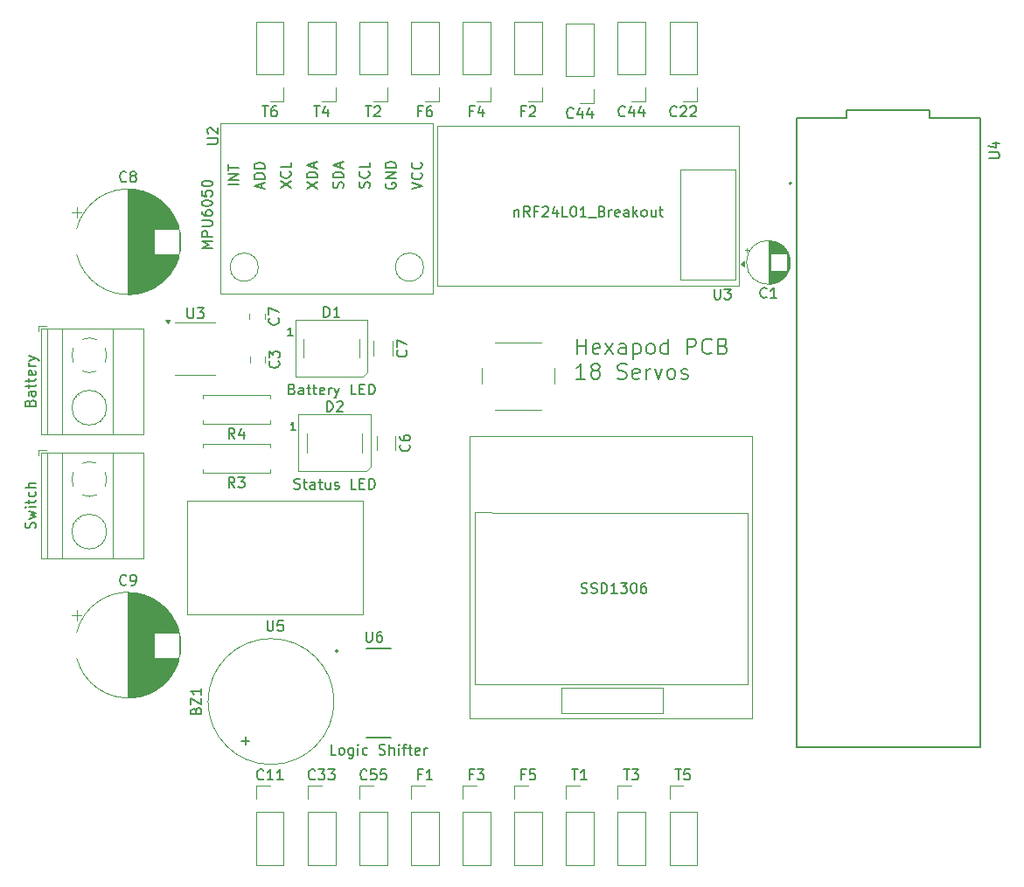
<source format=gbr>
%TF.GenerationSoftware,KiCad,Pcbnew,8.0.7*%
%TF.CreationDate,2025-07-19T14:15:59-04:00*%
%TF.ProjectId,Hexapod V2,48657861-706f-4642-9056-322e6b696361,rev?*%
%TF.SameCoordinates,Original*%
%TF.FileFunction,Legend,Top*%
%TF.FilePolarity,Positive*%
%FSLAX46Y46*%
G04 Gerber Fmt 4.6, Leading zero omitted, Abs format (unit mm)*
G04 Created by KiCad (PCBNEW 8.0.7) date 2025-07-19 14:15:59*
%MOMM*%
%LPD*%
G01*
G04 APERTURE LIST*
%ADD10C,0.200000*%
%ADD11C,0.150000*%
%ADD12C,0.120000*%
%ADD13C,0.127000*%
%ADD14C,0.100000*%
G04 APERTURE END LIST*
D10*
X127238720Y-73891112D02*
X127238720Y-72391112D01*
X127238720Y-73105398D02*
X128095863Y-73105398D01*
X128095863Y-73891112D02*
X128095863Y-72391112D01*
X129381578Y-73819684D02*
X129238721Y-73891112D01*
X129238721Y-73891112D02*
X128953007Y-73891112D01*
X128953007Y-73891112D02*
X128810149Y-73819684D01*
X128810149Y-73819684D02*
X128738721Y-73676826D01*
X128738721Y-73676826D02*
X128738721Y-73105398D01*
X128738721Y-73105398D02*
X128810149Y-72962541D01*
X128810149Y-72962541D02*
X128953007Y-72891112D01*
X128953007Y-72891112D02*
X129238721Y-72891112D01*
X129238721Y-72891112D02*
X129381578Y-72962541D01*
X129381578Y-72962541D02*
X129453007Y-73105398D01*
X129453007Y-73105398D02*
X129453007Y-73248255D01*
X129453007Y-73248255D02*
X128738721Y-73391112D01*
X129953006Y-73891112D02*
X130738721Y-72891112D01*
X129953006Y-72891112D02*
X130738721Y-73891112D01*
X131953007Y-73891112D02*
X131953007Y-73105398D01*
X131953007Y-73105398D02*
X131881578Y-72962541D01*
X131881578Y-72962541D02*
X131738721Y-72891112D01*
X131738721Y-72891112D02*
X131453007Y-72891112D01*
X131453007Y-72891112D02*
X131310149Y-72962541D01*
X131953007Y-73819684D02*
X131810149Y-73891112D01*
X131810149Y-73891112D02*
X131453007Y-73891112D01*
X131453007Y-73891112D02*
X131310149Y-73819684D01*
X131310149Y-73819684D02*
X131238721Y-73676826D01*
X131238721Y-73676826D02*
X131238721Y-73533969D01*
X131238721Y-73533969D02*
X131310149Y-73391112D01*
X131310149Y-73391112D02*
X131453007Y-73319684D01*
X131453007Y-73319684D02*
X131810149Y-73319684D01*
X131810149Y-73319684D02*
X131953007Y-73248255D01*
X132667292Y-72891112D02*
X132667292Y-74391112D01*
X132667292Y-72962541D02*
X132810150Y-72891112D01*
X132810150Y-72891112D02*
X133095864Y-72891112D01*
X133095864Y-72891112D02*
X133238721Y-72962541D01*
X133238721Y-72962541D02*
X133310150Y-73033969D01*
X133310150Y-73033969D02*
X133381578Y-73176826D01*
X133381578Y-73176826D02*
X133381578Y-73605398D01*
X133381578Y-73605398D02*
X133310150Y-73748255D01*
X133310150Y-73748255D02*
X133238721Y-73819684D01*
X133238721Y-73819684D02*
X133095864Y-73891112D01*
X133095864Y-73891112D02*
X132810150Y-73891112D01*
X132810150Y-73891112D02*
X132667292Y-73819684D01*
X134238721Y-73891112D02*
X134095864Y-73819684D01*
X134095864Y-73819684D02*
X134024435Y-73748255D01*
X134024435Y-73748255D02*
X133953007Y-73605398D01*
X133953007Y-73605398D02*
X133953007Y-73176826D01*
X133953007Y-73176826D02*
X134024435Y-73033969D01*
X134024435Y-73033969D02*
X134095864Y-72962541D01*
X134095864Y-72962541D02*
X134238721Y-72891112D01*
X134238721Y-72891112D02*
X134453007Y-72891112D01*
X134453007Y-72891112D02*
X134595864Y-72962541D01*
X134595864Y-72962541D02*
X134667293Y-73033969D01*
X134667293Y-73033969D02*
X134738721Y-73176826D01*
X134738721Y-73176826D02*
X134738721Y-73605398D01*
X134738721Y-73605398D02*
X134667293Y-73748255D01*
X134667293Y-73748255D02*
X134595864Y-73819684D01*
X134595864Y-73819684D02*
X134453007Y-73891112D01*
X134453007Y-73891112D02*
X134238721Y-73891112D01*
X136024436Y-73891112D02*
X136024436Y-72391112D01*
X136024436Y-73819684D02*
X135881578Y-73891112D01*
X135881578Y-73891112D02*
X135595864Y-73891112D01*
X135595864Y-73891112D02*
X135453007Y-73819684D01*
X135453007Y-73819684D02*
X135381578Y-73748255D01*
X135381578Y-73748255D02*
X135310150Y-73605398D01*
X135310150Y-73605398D02*
X135310150Y-73176826D01*
X135310150Y-73176826D02*
X135381578Y-73033969D01*
X135381578Y-73033969D02*
X135453007Y-72962541D01*
X135453007Y-72962541D02*
X135595864Y-72891112D01*
X135595864Y-72891112D02*
X135881578Y-72891112D01*
X135881578Y-72891112D02*
X136024436Y-72962541D01*
X137881578Y-73891112D02*
X137881578Y-72391112D01*
X137881578Y-72391112D02*
X138453007Y-72391112D01*
X138453007Y-72391112D02*
X138595864Y-72462541D01*
X138595864Y-72462541D02*
X138667293Y-72533969D01*
X138667293Y-72533969D02*
X138738721Y-72676826D01*
X138738721Y-72676826D02*
X138738721Y-72891112D01*
X138738721Y-72891112D02*
X138667293Y-73033969D01*
X138667293Y-73033969D02*
X138595864Y-73105398D01*
X138595864Y-73105398D02*
X138453007Y-73176826D01*
X138453007Y-73176826D02*
X137881578Y-73176826D01*
X140238721Y-73748255D02*
X140167293Y-73819684D01*
X140167293Y-73819684D02*
X139953007Y-73891112D01*
X139953007Y-73891112D02*
X139810150Y-73891112D01*
X139810150Y-73891112D02*
X139595864Y-73819684D01*
X139595864Y-73819684D02*
X139453007Y-73676826D01*
X139453007Y-73676826D02*
X139381578Y-73533969D01*
X139381578Y-73533969D02*
X139310150Y-73248255D01*
X139310150Y-73248255D02*
X139310150Y-73033969D01*
X139310150Y-73033969D02*
X139381578Y-72748255D01*
X139381578Y-72748255D02*
X139453007Y-72605398D01*
X139453007Y-72605398D02*
X139595864Y-72462541D01*
X139595864Y-72462541D02*
X139810150Y-72391112D01*
X139810150Y-72391112D02*
X139953007Y-72391112D01*
X139953007Y-72391112D02*
X140167293Y-72462541D01*
X140167293Y-72462541D02*
X140238721Y-72533969D01*
X141381578Y-73105398D02*
X141595864Y-73176826D01*
X141595864Y-73176826D02*
X141667293Y-73248255D01*
X141667293Y-73248255D02*
X141738721Y-73391112D01*
X141738721Y-73391112D02*
X141738721Y-73605398D01*
X141738721Y-73605398D02*
X141667293Y-73748255D01*
X141667293Y-73748255D02*
X141595864Y-73819684D01*
X141595864Y-73819684D02*
X141453007Y-73891112D01*
X141453007Y-73891112D02*
X140881578Y-73891112D01*
X140881578Y-73891112D02*
X140881578Y-72391112D01*
X140881578Y-72391112D02*
X141381578Y-72391112D01*
X141381578Y-72391112D02*
X141524436Y-72462541D01*
X141524436Y-72462541D02*
X141595864Y-72533969D01*
X141595864Y-72533969D02*
X141667293Y-72676826D01*
X141667293Y-72676826D02*
X141667293Y-72819684D01*
X141667293Y-72819684D02*
X141595864Y-72962541D01*
X141595864Y-72962541D02*
X141524436Y-73033969D01*
X141524436Y-73033969D02*
X141381578Y-73105398D01*
X141381578Y-73105398D02*
X140881578Y-73105398D01*
X128024435Y-76306028D02*
X127167292Y-76306028D01*
X127595863Y-76306028D02*
X127595863Y-74806028D01*
X127595863Y-74806028D02*
X127453006Y-75020314D01*
X127453006Y-75020314D02*
X127310149Y-75163171D01*
X127310149Y-75163171D02*
X127167292Y-75234600D01*
X128881577Y-75448885D02*
X128738720Y-75377457D01*
X128738720Y-75377457D02*
X128667291Y-75306028D01*
X128667291Y-75306028D02*
X128595863Y-75163171D01*
X128595863Y-75163171D02*
X128595863Y-75091742D01*
X128595863Y-75091742D02*
X128667291Y-74948885D01*
X128667291Y-74948885D02*
X128738720Y-74877457D01*
X128738720Y-74877457D02*
X128881577Y-74806028D01*
X128881577Y-74806028D02*
X129167291Y-74806028D01*
X129167291Y-74806028D02*
X129310149Y-74877457D01*
X129310149Y-74877457D02*
X129381577Y-74948885D01*
X129381577Y-74948885D02*
X129453006Y-75091742D01*
X129453006Y-75091742D02*
X129453006Y-75163171D01*
X129453006Y-75163171D02*
X129381577Y-75306028D01*
X129381577Y-75306028D02*
X129310149Y-75377457D01*
X129310149Y-75377457D02*
X129167291Y-75448885D01*
X129167291Y-75448885D02*
X128881577Y-75448885D01*
X128881577Y-75448885D02*
X128738720Y-75520314D01*
X128738720Y-75520314D02*
X128667291Y-75591742D01*
X128667291Y-75591742D02*
X128595863Y-75734600D01*
X128595863Y-75734600D02*
X128595863Y-76020314D01*
X128595863Y-76020314D02*
X128667291Y-76163171D01*
X128667291Y-76163171D02*
X128738720Y-76234600D01*
X128738720Y-76234600D02*
X128881577Y-76306028D01*
X128881577Y-76306028D02*
X129167291Y-76306028D01*
X129167291Y-76306028D02*
X129310149Y-76234600D01*
X129310149Y-76234600D02*
X129381577Y-76163171D01*
X129381577Y-76163171D02*
X129453006Y-76020314D01*
X129453006Y-76020314D02*
X129453006Y-75734600D01*
X129453006Y-75734600D02*
X129381577Y-75591742D01*
X129381577Y-75591742D02*
X129310149Y-75520314D01*
X129310149Y-75520314D02*
X129167291Y-75448885D01*
X131167291Y-76234600D02*
X131381577Y-76306028D01*
X131381577Y-76306028D02*
X131738719Y-76306028D01*
X131738719Y-76306028D02*
X131881577Y-76234600D01*
X131881577Y-76234600D02*
X131953005Y-76163171D01*
X131953005Y-76163171D02*
X132024434Y-76020314D01*
X132024434Y-76020314D02*
X132024434Y-75877457D01*
X132024434Y-75877457D02*
X131953005Y-75734600D01*
X131953005Y-75734600D02*
X131881577Y-75663171D01*
X131881577Y-75663171D02*
X131738719Y-75591742D01*
X131738719Y-75591742D02*
X131453005Y-75520314D01*
X131453005Y-75520314D02*
X131310148Y-75448885D01*
X131310148Y-75448885D02*
X131238719Y-75377457D01*
X131238719Y-75377457D02*
X131167291Y-75234600D01*
X131167291Y-75234600D02*
X131167291Y-75091742D01*
X131167291Y-75091742D02*
X131238719Y-74948885D01*
X131238719Y-74948885D02*
X131310148Y-74877457D01*
X131310148Y-74877457D02*
X131453005Y-74806028D01*
X131453005Y-74806028D02*
X131810148Y-74806028D01*
X131810148Y-74806028D02*
X132024434Y-74877457D01*
X133238719Y-76234600D02*
X133095862Y-76306028D01*
X133095862Y-76306028D02*
X132810148Y-76306028D01*
X132810148Y-76306028D02*
X132667290Y-76234600D01*
X132667290Y-76234600D02*
X132595862Y-76091742D01*
X132595862Y-76091742D02*
X132595862Y-75520314D01*
X132595862Y-75520314D02*
X132667290Y-75377457D01*
X132667290Y-75377457D02*
X132810148Y-75306028D01*
X132810148Y-75306028D02*
X133095862Y-75306028D01*
X133095862Y-75306028D02*
X133238719Y-75377457D01*
X133238719Y-75377457D02*
X133310148Y-75520314D01*
X133310148Y-75520314D02*
X133310148Y-75663171D01*
X133310148Y-75663171D02*
X132595862Y-75806028D01*
X133953004Y-76306028D02*
X133953004Y-75306028D01*
X133953004Y-75591742D02*
X134024433Y-75448885D01*
X134024433Y-75448885D02*
X134095862Y-75377457D01*
X134095862Y-75377457D02*
X134238719Y-75306028D01*
X134238719Y-75306028D02*
X134381576Y-75306028D01*
X134738718Y-75306028D02*
X135095861Y-76306028D01*
X135095861Y-76306028D02*
X135453004Y-75306028D01*
X136238718Y-76306028D02*
X136095861Y-76234600D01*
X136095861Y-76234600D02*
X136024432Y-76163171D01*
X136024432Y-76163171D02*
X135953004Y-76020314D01*
X135953004Y-76020314D02*
X135953004Y-75591742D01*
X135953004Y-75591742D02*
X136024432Y-75448885D01*
X136024432Y-75448885D02*
X136095861Y-75377457D01*
X136095861Y-75377457D02*
X136238718Y-75306028D01*
X136238718Y-75306028D02*
X136453004Y-75306028D01*
X136453004Y-75306028D02*
X136595861Y-75377457D01*
X136595861Y-75377457D02*
X136667290Y-75448885D01*
X136667290Y-75448885D02*
X136738718Y-75591742D01*
X136738718Y-75591742D02*
X136738718Y-76020314D01*
X136738718Y-76020314D02*
X136667290Y-76163171D01*
X136667290Y-76163171D02*
X136595861Y-76234600D01*
X136595861Y-76234600D02*
X136453004Y-76306028D01*
X136453004Y-76306028D02*
X136238718Y-76306028D01*
X137310147Y-76234600D02*
X137453004Y-76306028D01*
X137453004Y-76306028D02*
X137738718Y-76306028D01*
X137738718Y-76306028D02*
X137881575Y-76234600D01*
X137881575Y-76234600D02*
X137953004Y-76091742D01*
X137953004Y-76091742D02*
X137953004Y-76020314D01*
X137953004Y-76020314D02*
X137881575Y-75877457D01*
X137881575Y-75877457D02*
X137738718Y-75806028D01*
X137738718Y-75806028D02*
X137524433Y-75806028D01*
X137524433Y-75806028D02*
X137381575Y-75734600D01*
X137381575Y-75734600D02*
X137310147Y-75591742D01*
X137310147Y-75591742D02*
X137310147Y-75520314D01*
X137310147Y-75520314D02*
X137381575Y-75377457D01*
X137381575Y-75377457D02*
X137524433Y-75306028D01*
X137524433Y-75306028D02*
X137738718Y-75306028D01*
X137738718Y-75306028D02*
X137881575Y-75377457D01*
D11*
X127633333Y-97003200D02*
X127776190Y-97050819D01*
X127776190Y-97050819D02*
X128014285Y-97050819D01*
X128014285Y-97050819D02*
X128109523Y-97003200D01*
X128109523Y-97003200D02*
X128157142Y-96955580D01*
X128157142Y-96955580D02*
X128204761Y-96860342D01*
X128204761Y-96860342D02*
X128204761Y-96765104D01*
X128204761Y-96765104D02*
X128157142Y-96669866D01*
X128157142Y-96669866D02*
X128109523Y-96622247D01*
X128109523Y-96622247D02*
X128014285Y-96574628D01*
X128014285Y-96574628D02*
X127823809Y-96527009D01*
X127823809Y-96527009D02*
X127728571Y-96479390D01*
X127728571Y-96479390D02*
X127680952Y-96431771D01*
X127680952Y-96431771D02*
X127633333Y-96336533D01*
X127633333Y-96336533D02*
X127633333Y-96241295D01*
X127633333Y-96241295D02*
X127680952Y-96146057D01*
X127680952Y-96146057D02*
X127728571Y-96098438D01*
X127728571Y-96098438D02*
X127823809Y-96050819D01*
X127823809Y-96050819D02*
X128061904Y-96050819D01*
X128061904Y-96050819D02*
X128204761Y-96098438D01*
X128585714Y-97003200D02*
X128728571Y-97050819D01*
X128728571Y-97050819D02*
X128966666Y-97050819D01*
X128966666Y-97050819D02*
X129061904Y-97003200D01*
X129061904Y-97003200D02*
X129109523Y-96955580D01*
X129109523Y-96955580D02*
X129157142Y-96860342D01*
X129157142Y-96860342D02*
X129157142Y-96765104D01*
X129157142Y-96765104D02*
X129109523Y-96669866D01*
X129109523Y-96669866D02*
X129061904Y-96622247D01*
X129061904Y-96622247D02*
X128966666Y-96574628D01*
X128966666Y-96574628D02*
X128776190Y-96527009D01*
X128776190Y-96527009D02*
X128680952Y-96479390D01*
X128680952Y-96479390D02*
X128633333Y-96431771D01*
X128633333Y-96431771D02*
X128585714Y-96336533D01*
X128585714Y-96336533D02*
X128585714Y-96241295D01*
X128585714Y-96241295D02*
X128633333Y-96146057D01*
X128633333Y-96146057D02*
X128680952Y-96098438D01*
X128680952Y-96098438D02*
X128776190Y-96050819D01*
X128776190Y-96050819D02*
X129014285Y-96050819D01*
X129014285Y-96050819D02*
X129157142Y-96098438D01*
X129585714Y-97050819D02*
X129585714Y-96050819D01*
X129585714Y-96050819D02*
X129823809Y-96050819D01*
X129823809Y-96050819D02*
X129966666Y-96098438D01*
X129966666Y-96098438D02*
X130061904Y-96193676D01*
X130061904Y-96193676D02*
X130109523Y-96288914D01*
X130109523Y-96288914D02*
X130157142Y-96479390D01*
X130157142Y-96479390D02*
X130157142Y-96622247D01*
X130157142Y-96622247D02*
X130109523Y-96812723D01*
X130109523Y-96812723D02*
X130061904Y-96907961D01*
X130061904Y-96907961D02*
X129966666Y-97003200D01*
X129966666Y-97003200D02*
X129823809Y-97050819D01*
X129823809Y-97050819D02*
X129585714Y-97050819D01*
X131109523Y-97050819D02*
X130538095Y-97050819D01*
X130823809Y-97050819D02*
X130823809Y-96050819D01*
X130823809Y-96050819D02*
X130728571Y-96193676D01*
X130728571Y-96193676D02*
X130633333Y-96288914D01*
X130633333Y-96288914D02*
X130538095Y-96336533D01*
X131442857Y-96050819D02*
X132061904Y-96050819D01*
X132061904Y-96050819D02*
X131728571Y-96431771D01*
X131728571Y-96431771D02*
X131871428Y-96431771D01*
X131871428Y-96431771D02*
X131966666Y-96479390D01*
X131966666Y-96479390D02*
X132014285Y-96527009D01*
X132014285Y-96527009D02*
X132061904Y-96622247D01*
X132061904Y-96622247D02*
X132061904Y-96860342D01*
X132061904Y-96860342D02*
X132014285Y-96955580D01*
X132014285Y-96955580D02*
X131966666Y-97003200D01*
X131966666Y-97003200D02*
X131871428Y-97050819D01*
X131871428Y-97050819D02*
X131585714Y-97050819D01*
X131585714Y-97050819D02*
X131490476Y-97003200D01*
X131490476Y-97003200D02*
X131442857Y-96955580D01*
X132680952Y-96050819D02*
X132776190Y-96050819D01*
X132776190Y-96050819D02*
X132871428Y-96098438D01*
X132871428Y-96098438D02*
X132919047Y-96146057D01*
X132919047Y-96146057D02*
X132966666Y-96241295D01*
X132966666Y-96241295D02*
X133014285Y-96431771D01*
X133014285Y-96431771D02*
X133014285Y-96669866D01*
X133014285Y-96669866D02*
X132966666Y-96860342D01*
X132966666Y-96860342D02*
X132919047Y-96955580D01*
X132919047Y-96955580D02*
X132871428Y-97003200D01*
X132871428Y-97003200D02*
X132776190Y-97050819D01*
X132776190Y-97050819D02*
X132680952Y-97050819D01*
X132680952Y-97050819D02*
X132585714Y-97003200D01*
X132585714Y-97003200D02*
X132538095Y-96955580D01*
X132538095Y-96955580D02*
X132490476Y-96860342D01*
X132490476Y-96860342D02*
X132442857Y-96669866D01*
X132442857Y-96669866D02*
X132442857Y-96431771D01*
X132442857Y-96431771D02*
X132490476Y-96241295D01*
X132490476Y-96241295D02*
X132538095Y-96146057D01*
X132538095Y-96146057D02*
X132585714Y-96098438D01*
X132585714Y-96098438D02*
X132680952Y-96050819D01*
X133871428Y-96050819D02*
X133680952Y-96050819D01*
X133680952Y-96050819D02*
X133585714Y-96098438D01*
X133585714Y-96098438D02*
X133538095Y-96146057D01*
X133538095Y-96146057D02*
X133442857Y-96288914D01*
X133442857Y-96288914D02*
X133395238Y-96479390D01*
X133395238Y-96479390D02*
X133395238Y-96860342D01*
X133395238Y-96860342D02*
X133442857Y-96955580D01*
X133442857Y-96955580D02*
X133490476Y-97003200D01*
X133490476Y-97003200D02*
X133585714Y-97050819D01*
X133585714Y-97050819D02*
X133776190Y-97050819D01*
X133776190Y-97050819D02*
X133871428Y-97003200D01*
X133871428Y-97003200D02*
X133919047Y-96955580D01*
X133919047Y-96955580D02*
X133966666Y-96860342D01*
X133966666Y-96860342D02*
X133966666Y-96622247D01*
X133966666Y-96622247D02*
X133919047Y-96527009D01*
X133919047Y-96527009D02*
X133871428Y-96479390D01*
X133871428Y-96479390D02*
X133776190Y-96431771D01*
X133776190Y-96431771D02*
X133585714Y-96431771D01*
X133585714Y-96431771D02*
X133490476Y-96479390D01*
X133490476Y-96479390D02*
X133442857Y-96527009D01*
X133442857Y-96527009D02*
X133395238Y-96622247D01*
X101738095Y-49864819D02*
X102309523Y-49864819D01*
X102023809Y-50864819D02*
X102023809Y-49864819D01*
X103071428Y-50198152D02*
X103071428Y-50864819D01*
X102833333Y-49817200D02*
X102595238Y-50531485D01*
X102595238Y-50531485D02*
X103214285Y-50531485D01*
X74747200Y-90754285D02*
X74794819Y-90611428D01*
X74794819Y-90611428D02*
X74794819Y-90373333D01*
X74794819Y-90373333D02*
X74747200Y-90278095D01*
X74747200Y-90278095D02*
X74699580Y-90230476D01*
X74699580Y-90230476D02*
X74604342Y-90182857D01*
X74604342Y-90182857D02*
X74509104Y-90182857D01*
X74509104Y-90182857D02*
X74413866Y-90230476D01*
X74413866Y-90230476D02*
X74366247Y-90278095D01*
X74366247Y-90278095D02*
X74318628Y-90373333D01*
X74318628Y-90373333D02*
X74271009Y-90563809D01*
X74271009Y-90563809D02*
X74223390Y-90659047D01*
X74223390Y-90659047D02*
X74175771Y-90706666D01*
X74175771Y-90706666D02*
X74080533Y-90754285D01*
X74080533Y-90754285D02*
X73985295Y-90754285D01*
X73985295Y-90754285D02*
X73890057Y-90706666D01*
X73890057Y-90706666D02*
X73842438Y-90659047D01*
X73842438Y-90659047D02*
X73794819Y-90563809D01*
X73794819Y-90563809D02*
X73794819Y-90325714D01*
X73794819Y-90325714D02*
X73842438Y-90182857D01*
X74128152Y-89849523D02*
X74794819Y-89659047D01*
X74794819Y-89659047D02*
X74318628Y-89468571D01*
X74318628Y-89468571D02*
X74794819Y-89278095D01*
X74794819Y-89278095D02*
X74128152Y-89087619D01*
X74794819Y-88706666D02*
X74128152Y-88706666D01*
X73794819Y-88706666D02*
X73842438Y-88754285D01*
X73842438Y-88754285D02*
X73890057Y-88706666D01*
X73890057Y-88706666D02*
X73842438Y-88659047D01*
X73842438Y-88659047D02*
X73794819Y-88706666D01*
X73794819Y-88706666D02*
X73890057Y-88706666D01*
X74128152Y-88373333D02*
X74128152Y-87992381D01*
X73794819Y-88230476D02*
X74651961Y-88230476D01*
X74651961Y-88230476D02*
X74747200Y-88182857D01*
X74747200Y-88182857D02*
X74794819Y-88087619D01*
X74794819Y-88087619D02*
X74794819Y-87992381D01*
X74747200Y-87230476D02*
X74794819Y-87325714D01*
X74794819Y-87325714D02*
X74794819Y-87516190D01*
X74794819Y-87516190D02*
X74747200Y-87611428D01*
X74747200Y-87611428D02*
X74699580Y-87659047D01*
X74699580Y-87659047D02*
X74604342Y-87706666D01*
X74604342Y-87706666D02*
X74318628Y-87706666D01*
X74318628Y-87706666D02*
X74223390Y-87659047D01*
X74223390Y-87659047D02*
X74175771Y-87611428D01*
X74175771Y-87611428D02*
X74128152Y-87516190D01*
X74128152Y-87516190D02*
X74128152Y-87325714D01*
X74128152Y-87325714D02*
X74175771Y-87230476D01*
X74794819Y-86801904D02*
X73794819Y-86801904D01*
X74794819Y-86373333D02*
X74271009Y-86373333D01*
X74271009Y-86373333D02*
X74175771Y-86420952D01*
X74175771Y-86420952D02*
X74128152Y-86516190D01*
X74128152Y-86516190D02*
X74128152Y-86659047D01*
X74128152Y-86659047D02*
X74175771Y-86754285D01*
X74175771Y-86754285D02*
X74223390Y-86801904D01*
X131857142Y-50769580D02*
X131809523Y-50817200D01*
X131809523Y-50817200D02*
X131666666Y-50864819D01*
X131666666Y-50864819D02*
X131571428Y-50864819D01*
X131571428Y-50864819D02*
X131428571Y-50817200D01*
X131428571Y-50817200D02*
X131333333Y-50721961D01*
X131333333Y-50721961D02*
X131285714Y-50626723D01*
X131285714Y-50626723D02*
X131238095Y-50436247D01*
X131238095Y-50436247D02*
X131238095Y-50293390D01*
X131238095Y-50293390D02*
X131285714Y-50102914D01*
X131285714Y-50102914D02*
X131333333Y-50007676D01*
X131333333Y-50007676D02*
X131428571Y-49912438D01*
X131428571Y-49912438D02*
X131571428Y-49864819D01*
X131571428Y-49864819D02*
X131666666Y-49864819D01*
X131666666Y-49864819D02*
X131809523Y-49912438D01*
X131809523Y-49912438D02*
X131857142Y-49960057D01*
X132714285Y-50198152D02*
X132714285Y-50864819D01*
X132476190Y-49817200D02*
X132238095Y-50531485D01*
X132238095Y-50531485D02*
X132857142Y-50531485D01*
X133666666Y-50198152D02*
X133666666Y-50864819D01*
X133428571Y-49817200D02*
X133190476Y-50531485D01*
X133190476Y-50531485D02*
X133809523Y-50531485D01*
X89513095Y-69419819D02*
X89513095Y-70229342D01*
X89513095Y-70229342D02*
X89560714Y-70324580D01*
X89560714Y-70324580D02*
X89608333Y-70372200D01*
X89608333Y-70372200D02*
X89703571Y-70419819D01*
X89703571Y-70419819D02*
X89894047Y-70419819D01*
X89894047Y-70419819D02*
X89989285Y-70372200D01*
X89989285Y-70372200D02*
X90036904Y-70324580D01*
X90036904Y-70324580D02*
X90084523Y-70229342D01*
X90084523Y-70229342D02*
X90084523Y-69419819D01*
X90465476Y-69419819D02*
X91084523Y-69419819D01*
X91084523Y-69419819D02*
X90751190Y-69800771D01*
X90751190Y-69800771D02*
X90894047Y-69800771D01*
X90894047Y-69800771D02*
X90989285Y-69848390D01*
X90989285Y-69848390D02*
X91036904Y-69896009D01*
X91036904Y-69896009D02*
X91084523Y-69991247D01*
X91084523Y-69991247D02*
X91084523Y-70229342D01*
X91084523Y-70229342D02*
X91036904Y-70324580D01*
X91036904Y-70324580D02*
X90989285Y-70372200D01*
X90989285Y-70372200D02*
X90894047Y-70419819D01*
X90894047Y-70419819D02*
X90608333Y-70419819D01*
X90608333Y-70419819D02*
X90513095Y-70372200D01*
X90513095Y-70372200D02*
X90465476Y-70324580D01*
X106738095Y-49864819D02*
X107309523Y-49864819D01*
X107023809Y-50864819D02*
X107023809Y-49864819D01*
X107595238Y-49960057D02*
X107642857Y-49912438D01*
X107642857Y-49912438D02*
X107738095Y-49864819D01*
X107738095Y-49864819D02*
X107976190Y-49864819D01*
X107976190Y-49864819D02*
X108071428Y-49912438D01*
X108071428Y-49912438D02*
X108119047Y-49960057D01*
X108119047Y-49960057D02*
X108166666Y-50055295D01*
X108166666Y-50055295D02*
X108166666Y-50150533D01*
X108166666Y-50150533D02*
X108119047Y-50293390D01*
X108119047Y-50293390D02*
X107547619Y-50864819D01*
X107547619Y-50864819D02*
X108166666Y-50864819D01*
X98289580Y-70416666D02*
X98337200Y-70464285D01*
X98337200Y-70464285D02*
X98384819Y-70607142D01*
X98384819Y-70607142D02*
X98384819Y-70702380D01*
X98384819Y-70702380D02*
X98337200Y-70845237D01*
X98337200Y-70845237D02*
X98241961Y-70940475D01*
X98241961Y-70940475D02*
X98146723Y-70988094D01*
X98146723Y-70988094D02*
X97956247Y-71035713D01*
X97956247Y-71035713D02*
X97813390Y-71035713D01*
X97813390Y-71035713D02*
X97622914Y-70988094D01*
X97622914Y-70988094D02*
X97527676Y-70940475D01*
X97527676Y-70940475D02*
X97432438Y-70845237D01*
X97432438Y-70845237D02*
X97384819Y-70702380D01*
X97384819Y-70702380D02*
X97384819Y-70607142D01*
X97384819Y-70607142D02*
X97432438Y-70464285D01*
X97432438Y-70464285D02*
X97480057Y-70416666D01*
X97384819Y-70083332D02*
X97384819Y-69416666D01*
X97384819Y-69416666D02*
X98384819Y-69845237D01*
X136738095Y-114124819D02*
X137309523Y-114124819D01*
X137023809Y-115124819D02*
X137023809Y-114124819D01*
X138119047Y-114124819D02*
X137642857Y-114124819D01*
X137642857Y-114124819D02*
X137595238Y-114601009D01*
X137595238Y-114601009D02*
X137642857Y-114553390D01*
X137642857Y-114553390D02*
X137738095Y-114505771D01*
X137738095Y-114505771D02*
X137976190Y-114505771D01*
X137976190Y-114505771D02*
X138071428Y-114553390D01*
X138071428Y-114553390D02*
X138119047Y-114601009D01*
X138119047Y-114601009D02*
X138166666Y-114696247D01*
X138166666Y-114696247D02*
X138166666Y-114934342D01*
X138166666Y-114934342D02*
X138119047Y-115029580D01*
X138119047Y-115029580D02*
X138071428Y-115077200D01*
X138071428Y-115077200D02*
X137976190Y-115124819D01*
X137976190Y-115124819D02*
X137738095Y-115124819D01*
X137738095Y-115124819D02*
X137642857Y-115077200D01*
X137642857Y-115077200D02*
X137595238Y-115029580D01*
X98314580Y-74581666D02*
X98362200Y-74629285D01*
X98362200Y-74629285D02*
X98409819Y-74772142D01*
X98409819Y-74772142D02*
X98409819Y-74867380D01*
X98409819Y-74867380D02*
X98362200Y-75010237D01*
X98362200Y-75010237D02*
X98266961Y-75105475D01*
X98266961Y-75105475D02*
X98171723Y-75153094D01*
X98171723Y-75153094D02*
X97981247Y-75200713D01*
X97981247Y-75200713D02*
X97838390Y-75200713D01*
X97838390Y-75200713D02*
X97647914Y-75153094D01*
X97647914Y-75153094D02*
X97552676Y-75105475D01*
X97552676Y-75105475D02*
X97457438Y-75010237D01*
X97457438Y-75010237D02*
X97409819Y-74867380D01*
X97409819Y-74867380D02*
X97409819Y-74772142D01*
X97409819Y-74772142D02*
X97457438Y-74629285D01*
X97457438Y-74629285D02*
X97505057Y-74581666D01*
X97409819Y-74248332D02*
X97409819Y-73629285D01*
X97409819Y-73629285D02*
X97790771Y-73962618D01*
X97790771Y-73962618D02*
X97790771Y-73819761D01*
X97790771Y-73819761D02*
X97838390Y-73724523D01*
X97838390Y-73724523D02*
X97886009Y-73676904D01*
X97886009Y-73676904D02*
X97981247Y-73629285D01*
X97981247Y-73629285D02*
X98219342Y-73629285D01*
X98219342Y-73629285D02*
X98314580Y-73676904D01*
X98314580Y-73676904D02*
X98362200Y-73724523D01*
X98362200Y-73724523D02*
X98409819Y-73819761D01*
X98409819Y-73819761D02*
X98409819Y-74105475D01*
X98409819Y-74105475D02*
X98362200Y-74200713D01*
X98362200Y-74200713D02*
X98314580Y-74248332D01*
X112166666Y-114601009D02*
X111833333Y-114601009D01*
X111833333Y-115124819D02*
X111833333Y-114124819D01*
X111833333Y-114124819D02*
X112309523Y-114124819D01*
X113214285Y-115124819D02*
X112642857Y-115124819D01*
X112928571Y-115124819D02*
X112928571Y-114124819D01*
X112928571Y-114124819D02*
X112833333Y-114267676D01*
X112833333Y-114267676D02*
X112738095Y-114362914D01*
X112738095Y-114362914D02*
X112642857Y-114410533D01*
X101857142Y-115029580D02*
X101809523Y-115077200D01*
X101809523Y-115077200D02*
X101666666Y-115124819D01*
X101666666Y-115124819D02*
X101571428Y-115124819D01*
X101571428Y-115124819D02*
X101428571Y-115077200D01*
X101428571Y-115077200D02*
X101333333Y-114981961D01*
X101333333Y-114981961D02*
X101285714Y-114886723D01*
X101285714Y-114886723D02*
X101238095Y-114696247D01*
X101238095Y-114696247D02*
X101238095Y-114553390D01*
X101238095Y-114553390D02*
X101285714Y-114362914D01*
X101285714Y-114362914D02*
X101333333Y-114267676D01*
X101333333Y-114267676D02*
X101428571Y-114172438D01*
X101428571Y-114172438D02*
X101571428Y-114124819D01*
X101571428Y-114124819D02*
X101666666Y-114124819D01*
X101666666Y-114124819D02*
X101809523Y-114172438D01*
X101809523Y-114172438D02*
X101857142Y-114220057D01*
X102190476Y-114124819D02*
X102809523Y-114124819D01*
X102809523Y-114124819D02*
X102476190Y-114505771D01*
X102476190Y-114505771D02*
X102619047Y-114505771D01*
X102619047Y-114505771D02*
X102714285Y-114553390D01*
X102714285Y-114553390D02*
X102761904Y-114601009D01*
X102761904Y-114601009D02*
X102809523Y-114696247D01*
X102809523Y-114696247D02*
X102809523Y-114934342D01*
X102809523Y-114934342D02*
X102761904Y-115029580D01*
X102761904Y-115029580D02*
X102714285Y-115077200D01*
X102714285Y-115077200D02*
X102619047Y-115124819D01*
X102619047Y-115124819D02*
X102333333Y-115124819D01*
X102333333Y-115124819D02*
X102238095Y-115077200D01*
X102238095Y-115077200D02*
X102190476Y-115029580D01*
X103142857Y-114124819D02*
X103761904Y-114124819D01*
X103761904Y-114124819D02*
X103428571Y-114505771D01*
X103428571Y-114505771D02*
X103571428Y-114505771D01*
X103571428Y-114505771D02*
X103666666Y-114553390D01*
X103666666Y-114553390D02*
X103714285Y-114601009D01*
X103714285Y-114601009D02*
X103761904Y-114696247D01*
X103761904Y-114696247D02*
X103761904Y-114934342D01*
X103761904Y-114934342D02*
X103714285Y-115029580D01*
X103714285Y-115029580D02*
X103666666Y-115077200D01*
X103666666Y-115077200D02*
X103571428Y-115124819D01*
X103571428Y-115124819D02*
X103285714Y-115124819D01*
X103285714Y-115124819D02*
X103190476Y-115077200D01*
X103190476Y-115077200D02*
X103142857Y-115029580D01*
X117166666Y-50341009D02*
X116833333Y-50341009D01*
X116833333Y-50864819D02*
X116833333Y-49864819D01*
X116833333Y-49864819D02*
X117309523Y-49864819D01*
X118119047Y-50198152D02*
X118119047Y-50864819D01*
X117880952Y-49817200D02*
X117642857Y-50531485D01*
X117642857Y-50531485D02*
X118261904Y-50531485D01*
X106813095Y-100769819D02*
X106813095Y-101579342D01*
X106813095Y-101579342D02*
X106860714Y-101674580D01*
X106860714Y-101674580D02*
X106908333Y-101722200D01*
X106908333Y-101722200D02*
X107003571Y-101769819D01*
X107003571Y-101769819D02*
X107194047Y-101769819D01*
X107194047Y-101769819D02*
X107289285Y-101722200D01*
X107289285Y-101722200D02*
X107336904Y-101674580D01*
X107336904Y-101674580D02*
X107384523Y-101579342D01*
X107384523Y-101579342D02*
X107384523Y-100769819D01*
X108289285Y-100769819D02*
X108098809Y-100769819D01*
X108098809Y-100769819D02*
X108003571Y-100817438D01*
X108003571Y-100817438D02*
X107955952Y-100865057D01*
X107955952Y-100865057D02*
X107860714Y-101007914D01*
X107860714Y-101007914D02*
X107813095Y-101198390D01*
X107813095Y-101198390D02*
X107813095Y-101579342D01*
X107813095Y-101579342D02*
X107860714Y-101674580D01*
X107860714Y-101674580D02*
X107908333Y-101722200D01*
X107908333Y-101722200D02*
X108003571Y-101769819D01*
X108003571Y-101769819D02*
X108194047Y-101769819D01*
X108194047Y-101769819D02*
X108289285Y-101722200D01*
X108289285Y-101722200D02*
X108336904Y-101674580D01*
X108336904Y-101674580D02*
X108384523Y-101579342D01*
X108384523Y-101579342D02*
X108384523Y-101341247D01*
X108384523Y-101341247D02*
X108336904Y-101246009D01*
X108336904Y-101246009D02*
X108289285Y-101198390D01*
X108289285Y-101198390D02*
X108194047Y-101150771D01*
X108194047Y-101150771D02*
X108003571Y-101150771D01*
X108003571Y-101150771D02*
X107908333Y-101198390D01*
X107908333Y-101198390D02*
X107860714Y-101246009D01*
X107860714Y-101246009D02*
X107813095Y-101341247D01*
X103880951Y-112704819D02*
X103404761Y-112704819D01*
X103404761Y-112704819D02*
X103404761Y-111704819D01*
X104357142Y-112704819D02*
X104261904Y-112657200D01*
X104261904Y-112657200D02*
X104214285Y-112609580D01*
X104214285Y-112609580D02*
X104166666Y-112514342D01*
X104166666Y-112514342D02*
X104166666Y-112228628D01*
X104166666Y-112228628D02*
X104214285Y-112133390D01*
X104214285Y-112133390D02*
X104261904Y-112085771D01*
X104261904Y-112085771D02*
X104357142Y-112038152D01*
X104357142Y-112038152D02*
X104499999Y-112038152D01*
X104499999Y-112038152D02*
X104595237Y-112085771D01*
X104595237Y-112085771D02*
X104642856Y-112133390D01*
X104642856Y-112133390D02*
X104690475Y-112228628D01*
X104690475Y-112228628D02*
X104690475Y-112514342D01*
X104690475Y-112514342D02*
X104642856Y-112609580D01*
X104642856Y-112609580D02*
X104595237Y-112657200D01*
X104595237Y-112657200D02*
X104499999Y-112704819D01*
X104499999Y-112704819D02*
X104357142Y-112704819D01*
X105547618Y-112038152D02*
X105547618Y-112847676D01*
X105547618Y-112847676D02*
X105499999Y-112942914D01*
X105499999Y-112942914D02*
X105452380Y-112990533D01*
X105452380Y-112990533D02*
X105357142Y-113038152D01*
X105357142Y-113038152D02*
X105214285Y-113038152D01*
X105214285Y-113038152D02*
X105119047Y-112990533D01*
X105547618Y-112657200D02*
X105452380Y-112704819D01*
X105452380Y-112704819D02*
X105261904Y-112704819D01*
X105261904Y-112704819D02*
X105166666Y-112657200D01*
X105166666Y-112657200D02*
X105119047Y-112609580D01*
X105119047Y-112609580D02*
X105071428Y-112514342D01*
X105071428Y-112514342D02*
X105071428Y-112228628D01*
X105071428Y-112228628D02*
X105119047Y-112133390D01*
X105119047Y-112133390D02*
X105166666Y-112085771D01*
X105166666Y-112085771D02*
X105261904Y-112038152D01*
X105261904Y-112038152D02*
X105452380Y-112038152D01*
X105452380Y-112038152D02*
X105547618Y-112085771D01*
X106023809Y-112704819D02*
X106023809Y-112038152D01*
X106023809Y-111704819D02*
X105976190Y-111752438D01*
X105976190Y-111752438D02*
X106023809Y-111800057D01*
X106023809Y-111800057D02*
X106071428Y-111752438D01*
X106071428Y-111752438D02*
X106023809Y-111704819D01*
X106023809Y-111704819D02*
X106023809Y-111800057D01*
X106928570Y-112657200D02*
X106833332Y-112704819D01*
X106833332Y-112704819D02*
X106642856Y-112704819D01*
X106642856Y-112704819D02*
X106547618Y-112657200D01*
X106547618Y-112657200D02*
X106499999Y-112609580D01*
X106499999Y-112609580D02*
X106452380Y-112514342D01*
X106452380Y-112514342D02*
X106452380Y-112228628D01*
X106452380Y-112228628D02*
X106499999Y-112133390D01*
X106499999Y-112133390D02*
X106547618Y-112085771D01*
X106547618Y-112085771D02*
X106642856Y-112038152D01*
X106642856Y-112038152D02*
X106833332Y-112038152D01*
X106833332Y-112038152D02*
X106928570Y-112085771D01*
X108071428Y-112657200D02*
X108214285Y-112704819D01*
X108214285Y-112704819D02*
X108452380Y-112704819D01*
X108452380Y-112704819D02*
X108547618Y-112657200D01*
X108547618Y-112657200D02*
X108595237Y-112609580D01*
X108595237Y-112609580D02*
X108642856Y-112514342D01*
X108642856Y-112514342D02*
X108642856Y-112419104D01*
X108642856Y-112419104D02*
X108595237Y-112323866D01*
X108595237Y-112323866D02*
X108547618Y-112276247D01*
X108547618Y-112276247D02*
X108452380Y-112228628D01*
X108452380Y-112228628D02*
X108261904Y-112181009D01*
X108261904Y-112181009D02*
X108166666Y-112133390D01*
X108166666Y-112133390D02*
X108119047Y-112085771D01*
X108119047Y-112085771D02*
X108071428Y-111990533D01*
X108071428Y-111990533D02*
X108071428Y-111895295D01*
X108071428Y-111895295D02*
X108119047Y-111800057D01*
X108119047Y-111800057D02*
X108166666Y-111752438D01*
X108166666Y-111752438D02*
X108261904Y-111704819D01*
X108261904Y-111704819D02*
X108499999Y-111704819D01*
X108499999Y-111704819D02*
X108642856Y-111752438D01*
X109071428Y-112704819D02*
X109071428Y-111704819D01*
X109499999Y-112704819D02*
X109499999Y-112181009D01*
X109499999Y-112181009D02*
X109452380Y-112085771D01*
X109452380Y-112085771D02*
X109357142Y-112038152D01*
X109357142Y-112038152D02*
X109214285Y-112038152D01*
X109214285Y-112038152D02*
X109119047Y-112085771D01*
X109119047Y-112085771D02*
X109071428Y-112133390D01*
X109976190Y-112704819D02*
X109976190Y-112038152D01*
X109976190Y-111704819D02*
X109928571Y-111752438D01*
X109928571Y-111752438D02*
X109976190Y-111800057D01*
X109976190Y-111800057D02*
X110023809Y-111752438D01*
X110023809Y-111752438D02*
X109976190Y-111704819D01*
X109976190Y-111704819D02*
X109976190Y-111800057D01*
X110309523Y-112038152D02*
X110690475Y-112038152D01*
X110452380Y-112704819D02*
X110452380Y-111847676D01*
X110452380Y-111847676D02*
X110499999Y-111752438D01*
X110499999Y-111752438D02*
X110595237Y-111704819D01*
X110595237Y-111704819D02*
X110690475Y-111704819D01*
X110880952Y-112038152D02*
X111261904Y-112038152D01*
X111023809Y-111704819D02*
X111023809Y-112561961D01*
X111023809Y-112561961D02*
X111071428Y-112657200D01*
X111071428Y-112657200D02*
X111166666Y-112704819D01*
X111166666Y-112704819D02*
X111261904Y-112704819D01*
X111976190Y-112657200D02*
X111880952Y-112704819D01*
X111880952Y-112704819D02*
X111690476Y-112704819D01*
X111690476Y-112704819D02*
X111595238Y-112657200D01*
X111595238Y-112657200D02*
X111547619Y-112561961D01*
X111547619Y-112561961D02*
X111547619Y-112181009D01*
X111547619Y-112181009D02*
X111595238Y-112085771D01*
X111595238Y-112085771D02*
X111690476Y-112038152D01*
X111690476Y-112038152D02*
X111880952Y-112038152D01*
X111880952Y-112038152D02*
X111976190Y-112085771D01*
X111976190Y-112085771D02*
X112023809Y-112181009D01*
X112023809Y-112181009D02*
X112023809Y-112276247D01*
X112023809Y-112276247D02*
X111547619Y-112371485D01*
X112452381Y-112704819D02*
X112452381Y-112038152D01*
X112452381Y-112228628D02*
X112500000Y-112133390D01*
X112500000Y-112133390D02*
X112547619Y-112085771D01*
X112547619Y-112085771D02*
X112642857Y-112038152D01*
X112642857Y-112038152D02*
X112738095Y-112038152D01*
X110959580Y-82666666D02*
X111007200Y-82714285D01*
X111007200Y-82714285D02*
X111054819Y-82857142D01*
X111054819Y-82857142D02*
X111054819Y-82952380D01*
X111054819Y-82952380D02*
X111007200Y-83095237D01*
X111007200Y-83095237D02*
X110911961Y-83190475D01*
X110911961Y-83190475D02*
X110816723Y-83238094D01*
X110816723Y-83238094D02*
X110626247Y-83285713D01*
X110626247Y-83285713D02*
X110483390Y-83285713D01*
X110483390Y-83285713D02*
X110292914Y-83238094D01*
X110292914Y-83238094D02*
X110197676Y-83190475D01*
X110197676Y-83190475D02*
X110102438Y-83095237D01*
X110102438Y-83095237D02*
X110054819Y-82952380D01*
X110054819Y-82952380D02*
X110054819Y-82857142D01*
X110054819Y-82857142D02*
X110102438Y-82714285D01*
X110102438Y-82714285D02*
X110150057Y-82666666D01*
X110054819Y-81809523D02*
X110054819Y-81999999D01*
X110054819Y-81999999D02*
X110102438Y-82095237D01*
X110102438Y-82095237D02*
X110150057Y-82142856D01*
X110150057Y-82142856D02*
X110292914Y-82238094D01*
X110292914Y-82238094D02*
X110483390Y-82285713D01*
X110483390Y-82285713D02*
X110864342Y-82285713D01*
X110864342Y-82285713D02*
X110959580Y-82238094D01*
X110959580Y-82238094D02*
X111007200Y-82190475D01*
X111007200Y-82190475D02*
X111054819Y-82095237D01*
X111054819Y-82095237D02*
X111054819Y-81904761D01*
X111054819Y-81904761D02*
X111007200Y-81809523D01*
X111007200Y-81809523D02*
X110959580Y-81761904D01*
X110959580Y-81761904D02*
X110864342Y-81714285D01*
X110864342Y-81714285D02*
X110626247Y-81714285D01*
X110626247Y-81714285D02*
X110531009Y-81761904D01*
X110531009Y-81761904D02*
X110483390Y-81809523D01*
X110483390Y-81809523D02*
X110435771Y-81904761D01*
X110435771Y-81904761D02*
X110435771Y-82095237D01*
X110435771Y-82095237D02*
X110483390Y-82190475D01*
X110483390Y-82190475D02*
X110531009Y-82238094D01*
X110531009Y-82238094D02*
X110626247Y-82285713D01*
X110659580Y-73516666D02*
X110707200Y-73564285D01*
X110707200Y-73564285D02*
X110754819Y-73707142D01*
X110754819Y-73707142D02*
X110754819Y-73802380D01*
X110754819Y-73802380D02*
X110707200Y-73945237D01*
X110707200Y-73945237D02*
X110611961Y-74040475D01*
X110611961Y-74040475D02*
X110516723Y-74088094D01*
X110516723Y-74088094D02*
X110326247Y-74135713D01*
X110326247Y-74135713D02*
X110183390Y-74135713D01*
X110183390Y-74135713D02*
X109992914Y-74088094D01*
X109992914Y-74088094D02*
X109897676Y-74040475D01*
X109897676Y-74040475D02*
X109802438Y-73945237D01*
X109802438Y-73945237D02*
X109754819Y-73802380D01*
X109754819Y-73802380D02*
X109754819Y-73707142D01*
X109754819Y-73707142D02*
X109802438Y-73564285D01*
X109802438Y-73564285D02*
X109850057Y-73516666D01*
X109754819Y-73183332D02*
X109754819Y-72516666D01*
X109754819Y-72516666D02*
X110754819Y-72945237D01*
X83583333Y-57109580D02*
X83535714Y-57157200D01*
X83535714Y-57157200D02*
X83392857Y-57204819D01*
X83392857Y-57204819D02*
X83297619Y-57204819D01*
X83297619Y-57204819D02*
X83154762Y-57157200D01*
X83154762Y-57157200D02*
X83059524Y-57061961D01*
X83059524Y-57061961D02*
X83011905Y-56966723D01*
X83011905Y-56966723D02*
X82964286Y-56776247D01*
X82964286Y-56776247D02*
X82964286Y-56633390D01*
X82964286Y-56633390D02*
X83011905Y-56442914D01*
X83011905Y-56442914D02*
X83059524Y-56347676D01*
X83059524Y-56347676D02*
X83154762Y-56252438D01*
X83154762Y-56252438D02*
X83297619Y-56204819D01*
X83297619Y-56204819D02*
X83392857Y-56204819D01*
X83392857Y-56204819D02*
X83535714Y-56252438D01*
X83535714Y-56252438D02*
X83583333Y-56300057D01*
X84154762Y-56633390D02*
X84059524Y-56585771D01*
X84059524Y-56585771D02*
X84011905Y-56538152D01*
X84011905Y-56538152D02*
X83964286Y-56442914D01*
X83964286Y-56442914D02*
X83964286Y-56395295D01*
X83964286Y-56395295D02*
X84011905Y-56300057D01*
X84011905Y-56300057D02*
X84059524Y-56252438D01*
X84059524Y-56252438D02*
X84154762Y-56204819D01*
X84154762Y-56204819D02*
X84345238Y-56204819D01*
X84345238Y-56204819D02*
X84440476Y-56252438D01*
X84440476Y-56252438D02*
X84488095Y-56300057D01*
X84488095Y-56300057D02*
X84535714Y-56395295D01*
X84535714Y-56395295D02*
X84535714Y-56442914D01*
X84535714Y-56442914D02*
X84488095Y-56538152D01*
X84488095Y-56538152D02*
X84440476Y-56585771D01*
X84440476Y-56585771D02*
X84345238Y-56633390D01*
X84345238Y-56633390D02*
X84154762Y-56633390D01*
X84154762Y-56633390D02*
X84059524Y-56681009D01*
X84059524Y-56681009D02*
X84011905Y-56728628D01*
X84011905Y-56728628D02*
X83964286Y-56823866D01*
X83964286Y-56823866D02*
X83964286Y-57014342D01*
X83964286Y-57014342D02*
X84011905Y-57109580D01*
X84011905Y-57109580D02*
X84059524Y-57157200D01*
X84059524Y-57157200D02*
X84154762Y-57204819D01*
X84154762Y-57204819D02*
X84345238Y-57204819D01*
X84345238Y-57204819D02*
X84440476Y-57157200D01*
X84440476Y-57157200D02*
X84488095Y-57109580D01*
X84488095Y-57109580D02*
X84535714Y-57014342D01*
X84535714Y-57014342D02*
X84535714Y-56823866D01*
X84535714Y-56823866D02*
X84488095Y-56728628D01*
X84488095Y-56728628D02*
X84440476Y-56681009D01*
X84440476Y-56681009D02*
X84345238Y-56633390D01*
X103011905Y-79454819D02*
X103011905Y-78454819D01*
X103011905Y-78454819D02*
X103250000Y-78454819D01*
X103250000Y-78454819D02*
X103392857Y-78502438D01*
X103392857Y-78502438D02*
X103488095Y-78597676D01*
X103488095Y-78597676D02*
X103535714Y-78692914D01*
X103535714Y-78692914D02*
X103583333Y-78883390D01*
X103583333Y-78883390D02*
X103583333Y-79026247D01*
X103583333Y-79026247D02*
X103535714Y-79216723D01*
X103535714Y-79216723D02*
X103488095Y-79311961D01*
X103488095Y-79311961D02*
X103392857Y-79407200D01*
X103392857Y-79407200D02*
X103250000Y-79454819D01*
X103250000Y-79454819D02*
X103011905Y-79454819D01*
X103964286Y-78550057D02*
X104011905Y-78502438D01*
X104011905Y-78502438D02*
X104107143Y-78454819D01*
X104107143Y-78454819D02*
X104345238Y-78454819D01*
X104345238Y-78454819D02*
X104440476Y-78502438D01*
X104440476Y-78502438D02*
X104488095Y-78550057D01*
X104488095Y-78550057D02*
X104535714Y-78645295D01*
X104535714Y-78645295D02*
X104535714Y-78740533D01*
X104535714Y-78740533D02*
X104488095Y-78883390D01*
X104488095Y-78883390D02*
X103916667Y-79454819D01*
X103916667Y-79454819D02*
X104535714Y-79454819D01*
X99845237Y-86907200D02*
X99988094Y-86954819D01*
X99988094Y-86954819D02*
X100226189Y-86954819D01*
X100226189Y-86954819D02*
X100321427Y-86907200D01*
X100321427Y-86907200D02*
X100369046Y-86859580D01*
X100369046Y-86859580D02*
X100416665Y-86764342D01*
X100416665Y-86764342D02*
X100416665Y-86669104D01*
X100416665Y-86669104D02*
X100369046Y-86573866D01*
X100369046Y-86573866D02*
X100321427Y-86526247D01*
X100321427Y-86526247D02*
X100226189Y-86478628D01*
X100226189Y-86478628D02*
X100035713Y-86431009D01*
X100035713Y-86431009D02*
X99940475Y-86383390D01*
X99940475Y-86383390D02*
X99892856Y-86335771D01*
X99892856Y-86335771D02*
X99845237Y-86240533D01*
X99845237Y-86240533D02*
X99845237Y-86145295D01*
X99845237Y-86145295D02*
X99892856Y-86050057D01*
X99892856Y-86050057D02*
X99940475Y-86002438D01*
X99940475Y-86002438D02*
X100035713Y-85954819D01*
X100035713Y-85954819D02*
X100273808Y-85954819D01*
X100273808Y-85954819D02*
X100416665Y-86002438D01*
X100702380Y-86288152D02*
X101083332Y-86288152D01*
X100845237Y-85954819D02*
X100845237Y-86811961D01*
X100845237Y-86811961D02*
X100892856Y-86907200D01*
X100892856Y-86907200D02*
X100988094Y-86954819D01*
X100988094Y-86954819D02*
X101083332Y-86954819D01*
X101845237Y-86954819D02*
X101845237Y-86431009D01*
X101845237Y-86431009D02*
X101797618Y-86335771D01*
X101797618Y-86335771D02*
X101702380Y-86288152D01*
X101702380Y-86288152D02*
X101511904Y-86288152D01*
X101511904Y-86288152D02*
X101416666Y-86335771D01*
X101845237Y-86907200D02*
X101749999Y-86954819D01*
X101749999Y-86954819D02*
X101511904Y-86954819D01*
X101511904Y-86954819D02*
X101416666Y-86907200D01*
X101416666Y-86907200D02*
X101369047Y-86811961D01*
X101369047Y-86811961D02*
X101369047Y-86716723D01*
X101369047Y-86716723D02*
X101416666Y-86621485D01*
X101416666Y-86621485D02*
X101511904Y-86573866D01*
X101511904Y-86573866D02*
X101749999Y-86573866D01*
X101749999Y-86573866D02*
X101845237Y-86526247D01*
X102178571Y-86288152D02*
X102559523Y-86288152D01*
X102321428Y-85954819D02*
X102321428Y-86811961D01*
X102321428Y-86811961D02*
X102369047Y-86907200D01*
X102369047Y-86907200D02*
X102464285Y-86954819D01*
X102464285Y-86954819D02*
X102559523Y-86954819D01*
X103321428Y-86288152D02*
X103321428Y-86954819D01*
X102892857Y-86288152D02*
X102892857Y-86811961D01*
X102892857Y-86811961D02*
X102940476Y-86907200D01*
X102940476Y-86907200D02*
X103035714Y-86954819D01*
X103035714Y-86954819D02*
X103178571Y-86954819D01*
X103178571Y-86954819D02*
X103273809Y-86907200D01*
X103273809Y-86907200D02*
X103321428Y-86859580D01*
X103750000Y-86907200D02*
X103845238Y-86954819D01*
X103845238Y-86954819D02*
X104035714Y-86954819D01*
X104035714Y-86954819D02*
X104130952Y-86907200D01*
X104130952Y-86907200D02*
X104178571Y-86811961D01*
X104178571Y-86811961D02*
X104178571Y-86764342D01*
X104178571Y-86764342D02*
X104130952Y-86669104D01*
X104130952Y-86669104D02*
X104035714Y-86621485D01*
X104035714Y-86621485D02*
X103892857Y-86621485D01*
X103892857Y-86621485D02*
X103797619Y-86573866D01*
X103797619Y-86573866D02*
X103750000Y-86478628D01*
X103750000Y-86478628D02*
X103750000Y-86431009D01*
X103750000Y-86431009D02*
X103797619Y-86335771D01*
X103797619Y-86335771D02*
X103892857Y-86288152D01*
X103892857Y-86288152D02*
X104035714Y-86288152D01*
X104035714Y-86288152D02*
X104130952Y-86335771D01*
X105845238Y-86954819D02*
X105369048Y-86954819D01*
X105369048Y-86954819D02*
X105369048Y-85954819D01*
X106178572Y-86431009D02*
X106511905Y-86431009D01*
X106654762Y-86954819D02*
X106178572Y-86954819D01*
X106178572Y-86954819D02*
X106178572Y-85954819D01*
X106178572Y-85954819D02*
X106654762Y-85954819D01*
X107083334Y-86954819D02*
X107083334Y-85954819D01*
X107083334Y-85954819D02*
X107321429Y-85954819D01*
X107321429Y-85954819D02*
X107464286Y-86002438D01*
X107464286Y-86002438D02*
X107559524Y-86097676D01*
X107559524Y-86097676D02*
X107607143Y-86192914D01*
X107607143Y-86192914D02*
X107654762Y-86383390D01*
X107654762Y-86383390D02*
X107654762Y-86526247D01*
X107654762Y-86526247D02*
X107607143Y-86716723D01*
X107607143Y-86716723D02*
X107559524Y-86811961D01*
X107559524Y-86811961D02*
X107464286Y-86907200D01*
X107464286Y-86907200D02*
X107321429Y-86954819D01*
X107321429Y-86954819D02*
X107083334Y-86954819D01*
X99978571Y-81262295D02*
X99521428Y-81262295D01*
X99750000Y-81262295D02*
X99750000Y-80462295D01*
X99750000Y-80462295D02*
X99673809Y-80576580D01*
X99673809Y-80576580D02*
X99597619Y-80652771D01*
X99597619Y-80652771D02*
X99521428Y-80690866D01*
X102711905Y-70304819D02*
X102711905Y-69304819D01*
X102711905Y-69304819D02*
X102950000Y-69304819D01*
X102950000Y-69304819D02*
X103092857Y-69352438D01*
X103092857Y-69352438D02*
X103188095Y-69447676D01*
X103188095Y-69447676D02*
X103235714Y-69542914D01*
X103235714Y-69542914D02*
X103283333Y-69733390D01*
X103283333Y-69733390D02*
X103283333Y-69876247D01*
X103283333Y-69876247D02*
X103235714Y-70066723D01*
X103235714Y-70066723D02*
X103188095Y-70161961D01*
X103188095Y-70161961D02*
X103092857Y-70257200D01*
X103092857Y-70257200D02*
X102950000Y-70304819D01*
X102950000Y-70304819D02*
X102711905Y-70304819D01*
X104235714Y-70304819D02*
X103664286Y-70304819D01*
X103950000Y-70304819D02*
X103950000Y-69304819D01*
X103950000Y-69304819D02*
X103854762Y-69447676D01*
X103854762Y-69447676D02*
X103759524Y-69542914D01*
X103759524Y-69542914D02*
X103664286Y-69590533D01*
X99640475Y-77281009D02*
X99783332Y-77328628D01*
X99783332Y-77328628D02*
X99830951Y-77376247D01*
X99830951Y-77376247D02*
X99878570Y-77471485D01*
X99878570Y-77471485D02*
X99878570Y-77614342D01*
X99878570Y-77614342D02*
X99830951Y-77709580D01*
X99830951Y-77709580D02*
X99783332Y-77757200D01*
X99783332Y-77757200D02*
X99688094Y-77804819D01*
X99688094Y-77804819D02*
X99307142Y-77804819D01*
X99307142Y-77804819D02*
X99307142Y-76804819D01*
X99307142Y-76804819D02*
X99640475Y-76804819D01*
X99640475Y-76804819D02*
X99735713Y-76852438D01*
X99735713Y-76852438D02*
X99783332Y-76900057D01*
X99783332Y-76900057D02*
X99830951Y-76995295D01*
X99830951Y-76995295D02*
X99830951Y-77090533D01*
X99830951Y-77090533D02*
X99783332Y-77185771D01*
X99783332Y-77185771D02*
X99735713Y-77233390D01*
X99735713Y-77233390D02*
X99640475Y-77281009D01*
X99640475Y-77281009D02*
X99307142Y-77281009D01*
X100735713Y-77804819D02*
X100735713Y-77281009D01*
X100735713Y-77281009D02*
X100688094Y-77185771D01*
X100688094Y-77185771D02*
X100592856Y-77138152D01*
X100592856Y-77138152D02*
X100402380Y-77138152D01*
X100402380Y-77138152D02*
X100307142Y-77185771D01*
X100735713Y-77757200D02*
X100640475Y-77804819D01*
X100640475Y-77804819D02*
X100402380Y-77804819D01*
X100402380Y-77804819D02*
X100307142Y-77757200D01*
X100307142Y-77757200D02*
X100259523Y-77661961D01*
X100259523Y-77661961D02*
X100259523Y-77566723D01*
X100259523Y-77566723D02*
X100307142Y-77471485D01*
X100307142Y-77471485D02*
X100402380Y-77423866D01*
X100402380Y-77423866D02*
X100640475Y-77423866D01*
X100640475Y-77423866D02*
X100735713Y-77376247D01*
X101069047Y-77138152D02*
X101449999Y-77138152D01*
X101211904Y-76804819D02*
X101211904Y-77661961D01*
X101211904Y-77661961D02*
X101259523Y-77757200D01*
X101259523Y-77757200D02*
X101354761Y-77804819D01*
X101354761Y-77804819D02*
X101449999Y-77804819D01*
X101640476Y-77138152D02*
X102021428Y-77138152D01*
X101783333Y-76804819D02*
X101783333Y-77661961D01*
X101783333Y-77661961D02*
X101830952Y-77757200D01*
X101830952Y-77757200D02*
X101926190Y-77804819D01*
X101926190Y-77804819D02*
X102021428Y-77804819D01*
X102735714Y-77757200D02*
X102640476Y-77804819D01*
X102640476Y-77804819D02*
X102450000Y-77804819D01*
X102450000Y-77804819D02*
X102354762Y-77757200D01*
X102354762Y-77757200D02*
X102307143Y-77661961D01*
X102307143Y-77661961D02*
X102307143Y-77281009D01*
X102307143Y-77281009D02*
X102354762Y-77185771D01*
X102354762Y-77185771D02*
X102450000Y-77138152D01*
X102450000Y-77138152D02*
X102640476Y-77138152D01*
X102640476Y-77138152D02*
X102735714Y-77185771D01*
X102735714Y-77185771D02*
X102783333Y-77281009D01*
X102783333Y-77281009D02*
X102783333Y-77376247D01*
X102783333Y-77376247D02*
X102307143Y-77471485D01*
X103211905Y-77804819D02*
X103211905Y-77138152D01*
X103211905Y-77328628D02*
X103259524Y-77233390D01*
X103259524Y-77233390D02*
X103307143Y-77185771D01*
X103307143Y-77185771D02*
X103402381Y-77138152D01*
X103402381Y-77138152D02*
X103497619Y-77138152D01*
X103735715Y-77138152D02*
X103973810Y-77804819D01*
X104211905Y-77138152D02*
X103973810Y-77804819D01*
X103973810Y-77804819D02*
X103878572Y-78042914D01*
X103878572Y-78042914D02*
X103830953Y-78090533D01*
X103830953Y-78090533D02*
X103735715Y-78138152D01*
X105830953Y-77804819D02*
X105354763Y-77804819D01*
X105354763Y-77804819D02*
X105354763Y-76804819D01*
X106164287Y-77281009D02*
X106497620Y-77281009D01*
X106640477Y-77804819D02*
X106164287Y-77804819D01*
X106164287Y-77804819D02*
X106164287Y-76804819D01*
X106164287Y-76804819D02*
X106640477Y-76804819D01*
X107069049Y-77804819D02*
X107069049Y-76804819D01*
X107069049Y-76804819D02*
X107307144Y-76804819D01*
X107307144Y-76804819D02*
X107450001Y-76852438D01*
X107450001Y-76852438D02*
X107545239Y-76947676D01*
X107545239Y-76947676D02*
X107592858Y-77042914D01*
X107592858Y-77042914D02*
X107640477Y-77233390D01*
X107640477Y-77233390D02*
X107640477Y-77376247D01*
X107640477Y-77376247D02*
X107592858Y-77566723D01*
X107592858Y-77566723D02*
X107545239Y-77661961D01*
X107545239Y-77661961D02*
X107450001Y-77757200D01*
X107450001Y-77757200D02*
X107307144Y-77804819D01*
X107307144Y-77804819D02*
X107069049Y-77804819D01*
X99678571Y-72112295D02*
X99221428Y-72112295D01*
X99450000Y-72112295D02*
X99450000Y-71312295D01*
X99450000Y-71312295D02*
X99373809Y-71426580D01*
X99373809Y-71426580D02*
X99297619Y-71502771D01*
X99297619Y-71502771D02*
X99221428Y-71540866D01*
X167119819Y-54916904D02*
X167929342Y-54916904D01*
X167929342Y-54916904D02*
X168024580Y-54869285D01*
X168024580Y-54869285D02*
X168072200Y-54821666D01*
X168072200Y-54821666D02*
X168119819Y-54726428D01*
X168119819Y-54726428D02*
X168119819Y-54535952D01*
X168119819Y-54535952D02*
X168072200Y-54440714D01*
X168072200Y-54440714D02*
X168024580Y-54393095D01*
X168024580Y-54393095D02*
X167929342Y-54345476D01*
X167929342Y-54345476D02*
X167119819Y-54345476D01*
X167453152Y-53440714D02*
X168119819Y-53440714D01*
X167072200Y-53678809D02*
X167786485Y-53916904D01*
X167786485Y-53916904D02*
X167786485Y-53297857D01*
X122166666Y-114601009D02*
X121833333Y-114601009D01*
X121833333Y-115124819D02*
X121833333Y-114124819D01*
X121833333Y-114124819D02*
X122309523Y-114124819D01*
X123166666Y-114124819D02*
X122690476Y-114124819D01*
X122690476Y-114124819D02*
X122642857Y-114601009D01*
X122642857Y-114601009D02*
X122690476Y-114553390D01*
X122690476Y-114553390D02*
X122785714Y-114505771D01*
X122785714Y-114505771D02*
X123023809Y-114505771D01*
X123023809Y-114505771D02*
X123119047Y-114553390D01*
X123119047Y-114553390D02*
X123166666Y-114601009D01*
X123166666Y-114601009D02*
X123214285Y-114696247D01*
X123214285Y-114696247D02*
X123214285Y-114934342D01*
X123214285Y-114934342D02*
X123166666Y-115029580D01*
X123166666Y-115029580D02*
X123119047Y-115077200D01*
X123119047Y-115077200D02*
X123023809Y-115124819D01*
X123023809Y-115124819D02*
X122785714Y-115124819D01*
X122785714Y-115124819D02*
X122690476Y-115077200D01*
X122690476Y-115077200D02*
X122642857Y-115029580D01*
X117166666Y-114601009D02*
X116833333Y-114601009D01*
X116833333Y-115124819D02*
X116833333Y-114124819D01*
X116833333Y-114124819D02*
X117309523Y-114124819D01*
X117595238Y-114124819D02*
X118214285Y-114124819D01*
X118214285Y-114124819D02*
X117880952Y-114505771D01*
X117880952Y-114505771D02*
X118023809Y-114505771D01*
X118023809Y-114505771D02*
X118119047Y-114553390D01*
X118119047Y-114553390D02*
X118166666Y-114601009D01*
X118166666Y-114601009D02*
X118214285Y-114696247D01*
X118214285Y-114696247D02*
X118214285Y-114934342D01*
X118214285Y-114934342D02*
X118166666Y-115029580D01*
X118166666Y-115029580D02*
X118119047Y-115077200D01*
X118119047Y-115077200D02*
X118023809Y-115124819D01*
X118023809Y-115124819D02*
X117738095Y-115124819D01*
X117738095Y-115124819D02*
X117642857Y-115077200D01*
X117642857Y-115077200D02*
X117595238Y-115029580D01*
X122166666Y-50341009D02*
X121833333Y-50341009D01*
X121833333Y-50864819D02*
X121833333Y-49864819D01*
X121833333Y-49864819D02*
X122309523Y-49864819D01*
X122642857Y-49960057D02*
X122690476Y-49912438D01*
X122690476Y-49912438D02*
X122785714Y-49864819D01*
X122785714Y-49864819D02*
X123023809Y-49864819D01*
X123023809Y-49864819D02*
X123119047Y-49912438D01*
X123119047Y-49912438D02*
X123166666Y-49960057D01*
X123166666Y-49960057D02*
X123214285Y-50055295D01*
X123214285Y-50055295D02*
X123214285Y-50150533D01*
X123214285Y-50150533D02*
X123166666Y-50293390D01*
X123166666Y-50293390D02*
X122595238Y-50864819D01*
X122595238Y-50864819D02*
X123214285Y-50864819D01*
X126738095Y-114124819D02*
X127309523Y-114124819D01*
X127023809Y-115124819D02*
X127023809Y-114124819D01*
X128166666Y-115124819D02*
X127595238Y-115124819D01*
X127880952Y-115124819D02*
X127880952Y-114124819D01*
X127880952Y-114124819D02*
X127785714Y-114267676D01*
X127785714Y-114267676D02*
X127690476Y-114362914D01*
X127690476Y-114362914D02*
X127595238Y-114410533D01*
X112166666Y-50341009D02*
X111833333Y-50341009D01*
X111833333Y-50864819D02*
X111833333Y-49864819D01*
X111833333Y-49864819D02*
X112309523Y-49864819D01*
X113119047Y-49864819D02*
X112928571Y-49864819D01*
X112928571Y-49864819D02*
X112833333Y-49912438D01*
X112833333Y-49912438D02*
X112785714Y-49960057D01*
X112785714Y-49960057D02*
X112690476Y-50102914D01*
X112690476Y-50102914D02*
X112642857Y-50293390D01*
X112642857Y-50293390D02*
X112642857Y-50674342D01*
X112642857Y-50674342D02*
X112690476Y-50769580D01*
X112690476Y-50769580D02*
X112738095Y-50817200D01*
X112738095Y-50817200D02*
X112833333Y-50864819D01*
X112833333Y-50864819D02*
X113023809Y-50864819D01*
X113023809Y-50864819D02*
X113119047Y-50817200D01*
X113119047Y-50817200D02*
X113166666Y-50769580D01*
X113166666Y-50769580D02*
X113214285Y-50674342D01*
X113214285Y-50674342D02*
X113214285Y-50436247D01*
X113214285Y-50436247D02*
X113166666Y-50341009D01*
X113166666Y-50341009D02*
X113119047Y-50293390D01*
X113119047Y-50293390D02*
X113023809Y-50245771D01*
X113023809Y-50245771D02*
X112833333Y-50245771D01*
X112833333Y-50245771D02*
X112738095Y-50293390D01*
X112738095Y-50293390D02*
X112690476Y-50341009D01*
X112690476Y-50341009D02*
X112642857Y-50436247D01*
X145583333Y-68359580D02*
X145535714Y-68407200D01*
X145535714Y-68407200D02*
X145392857Y-68454819D01*
X145392857Y-68454819D02*
X145297619Y-68454819D01*
X145297619Y-68454819D02*
X145154762Y-68407200D01*
X145154762Y-68407200D02*
X145059524Y-68311961D01*
X145059524Y-68311961D02*
X145011905Y-68216723D01*
X145011905Y-68216723D02*
X144964286Y-68026247D01*
X144964286Y-68026247D02*
X144964286Y-67883390D01*
X144964286Y-67883390D02*
X145011905Y-67692914D01*
X145011905Y-67692914D02*
X145059524Y-67597676D01*
X145059524Y-67597676D02*
X145154762Y-67502438D01*
X145154762Y-67502438D02*
X145297619Y-67454819D01*
X145297619Y-67454819D02*
X145392857Y-67454819D01*
X145392857Y-67454819D02*
X145535714Y-67502438D01*
X145535714Y-67502438D02*
X145583333Y-67550057D01*
X146535714Y-68454819D02*
X145964286Y-68454819D01*
X146250000Y-68454819D02*
X146250000Y-67454819D01*
X146250000Y-67454819D02*
X146154762Y-67597676D01*
X146154762Y-67597676D02*
X146059524Y-67692914D01*
X146059524Y-67692914D02*
X145964286Y-67740533D01*
X106857142Y-115029580D02*
X106809523Y-115077200D01*
X106809523Y-115077200D02*
X106666666Y-115124819D01*
X106666666Y-115124819D02*
X106571428Y-115124819D01*
X106571428Y-115124819D02*
X106428571Y-115077200D01*
X106428571Y-115077200D02*
X106333333Y-114981961D01*
X106333333Y-114981961D02*
X106285714Y-114886723D01*
X106285714Y-114886723D02*
X106238095Y-114696247D01*
X106238095Y-114696247D02*
X106238095Y-114553390D01*
X106238095Y-114553390D02*
X106285714Y-114362914D01*
X106285714Y-114362914D02*
X106333333Y-114267676D01*
X106333333Y-114267676D02*
X106428571Y-114172438D01*
X106428571Y-114172438D02*
X106571428Y-114124819D01*
X106571428Y-114124819D02*
X106666666Y-114124819D01*
X106666666Y-114124819D02*
X106809523Y-114172438D01*
X106809523Y-114172438D02*
X106857142Y-114220057D01*
X107761904Y-114124819D02*
X107285714Y-114124819D01*
X107285714Y-114124819D02*
X107238095Y-114601009D01*
X107238095Y-114601009D02*
X107285714Y-114553390D01*
X107285714Y-114553390D02*
X107380952Y-114505771D01*
X107380952Y-114505771D02*
X107619047Y-114505771D01*
X107619047Y-114505771D02*
X107714285Y-114553390D01*
X107714285Y-114553390D02*
X107761904Y-114601009D01*
X107761904Y-114601009D02*
X107809523Y-114696247D01*
X107809523Y-114696247D02*
X107809523Y-114934342D01*
X107809523Y-114934342D02*
X107761904Y-115029580D01*
X107761904Y-115029580D02*
X107714285Y-115077200D01*
X107714285Y-115077200D02*
X107619047Y-115124819D01*
X107619047Y-115124819D02*
X107380952Y-115124819D01*
X107380952Y-115124819D02*
X107285714Y-115077200D01*
X107285714Y-115077200D02*
X107238095Y-115029580D01*
X108714285Y-114124819D02*
X108238095Y-114124819D01*
X108238095Y-114124819D02*
X108190476Y-114601009D01*
X108190476Y-114601009D02*
X108238095Y-114553390D01*
X108238095Y-114553390D02*
X108333333Y-114505771D01*
X108333333Y-114505771D02*
X108571428Y-114505771D01*
X108571428Y-114505771D02*
X108666666Y-114553390D01*
X108666666Y-114553390D02*
X108714285Y-114601009D01*
X108714285Y-114601009D02*
X108761904Y-114696247D01*
X108761904Y-114696247D02*
X108761904Y-114934342D01*
X108761904Y-114934342D02*
X108714285Y-115029580D01*
X108714285Y-115029580D02*
X108666666Y-115077200D01*
X108666666Y-115077200D02*
X108571428Y-115124819D01*
X108571428Y-115124819D02*
X108333333Y-115124819D01*
X108333333Y-115124819D02*
X108238095Y-115077200D01*
X108238095Y-115077200D02*
X108190476Y-115029580D01*
X96857142Y-115029580D02*
X96809523Y-115077200D01*
X96809523Y-115077200D02*
X96666666Y-115124819D01*
X96666666Y-115124819D02*
X96571428Y-115124819D01*
X96571428Y-115124819D02*
X96428571Y-115077200D01*
X96428571Y-115077200D02*
X96333333Y-114981961D01*
X96333333Y-114981961D02*
X96285714Y-114886723D01*
X96285714Y-114886723D02*
X96238095Y-114696247D01*
X96238095Y-114696247D02*
X96238095Y-114553390D01*
X96238095Y-114553390D02*
X96285714Y-114362914D01*
X96285714Y-114362914D02*
X96333333Y-114267676D01*
X96333333Y-114267676D02*
X96428571Y-114172438D01*
X96428571Y-114172438D02*
X96571428Y-114124819D01*
X96571428Y-114124819D02*
X96666666Y-114124819D01*
X96666666Y-114124819D02*
X96809523Y-114172438D01*
X96809523Y-114172438D02*
X96857142Y-114220057D01*
X97809523Y-115124819D02*
X97238095Y-115124819D01*
X97523809Y-115124819D02*
X97523809Y-114124819D01*
X97523809Y-114124819D02*
X97428571Y-114267676D01*
X97428571Y-114267676D02*
X97333333Y-114362914D01*
X97333333Y-114362914D02*
X97238095Y-114410533D01*
X98761904Y-115124819D02*
X98190476Y-115124819D01*
X98476190Y-115124819D02*
X98476190Y-114124819D01*
X98476190Y-114124819D02*
X98380952Y-114267676D01*
X98380952Y-114267676D02*
X98285714Y-114362914D01*
X98285714Y-114362914D02*
X98190476Y-114410533D01*
X126857142Y-50939580D02*
X126809523Y-50987200D01*
X126809523Y-50987200D02*
X126666666Y-51034819D01*
X126666666Y-51034819D02*
X126571428Y-51034819D01*
X126571428Y-51034819D02*
X126428571Y-50987200D01*
X126428571Y-50987200D02*
X126333333Y-50891961D01*
X126333333Y-50891961D02*
X126285714Y-50796723D01*
X126285714Y-50796723D02*
X126238095Y-50606247D01*
X126238095Y-50606247D02*
X126238095Y-50463390D01*
X126238095Y-50463390D02*
X126285714Y-50272914D01*
X126285714Y-50272914D02*
X126333333Y-50177676D01*
X126333333Y-50177676D02*
X126428571Y-50082438D01*
X126428571Y-50082438D02*
X126571428Y-50034819D01*
X126571428Y-50034819D02*
X126666666Y-50034819D01*
X126666666Y-50034819D02*
X126809523Y-50082438D01*
X126809523Y-50082438D02*
X126857142Y-50130057D01*
X127714285Y-50368152D02*
X127714285Y-51034819D01*
X127476190Y-49987200D02*
X127238095Y-50701485D01*
X127238095Y-50701485D02*
X127857142Y-50701485D01*
X128666666Y-50368152D02*
X128666666Y-51034819D01*
X128428571Y-49987200D02*
X128190476Y-50701485D01*
X128190476Y-50701485D02*
X128809523Y-50701485D01*
X94083333Y-86824819D02*
X93750000Y-86348628D01*
X93511905Y-86824819D02*
X93511905Y-85824819D01*
X93511905Y-85824819D02*
X93892857Y-85824819D01*
X93892857Y-85824819D02*
X93988095Y-85872438D01*
X93988095Y-85872438D02*
X94035714Y-85920057D01*
X94035714Y-85920057D02*
X94083333Y-86015295D01*
X94083333Y-86015295D02*
X94083333Y-86158152D01*
X94083333Y-86158152D02*
X94035714Y-86253390D01*
X94035714Y-86253390D02*
X93988095Y-86301009D01*
X93988095Y-86301009D02*
X93892857Y-86348628D01*
X93892857Y-86348628D02*
X93511905Y-86348628D01*
X94416667Y-85824819D02*
X95035714Y-85824819D01*
X95035714Y-85824819D02*
X94702381Y-86205771D01*
X94702381Y-86205771D02*
X94845238Y-86205771D01*
X94845238Y-86205771D02*
X94940476Y-86253390D01*
X94940476Y-86253390D02*
X94988095Y-86301009D01*
X94988095Y-86301009D02*
X95035714Y-86396247D01*
X95035714Y-86396247D02*
X95035714Y-86634342D01*
X95035714Y-86634342D02*
X94988095Y-86729580D01*
X94988095Y-86729580D02*
X94940476Y-86777200D01*
X94940476Y-86777200D02*
X94845238Y-86824819D01*
X94845238Y-86824819D02*
X94559524Y-86824819D01*
X94559524Y-86824819D02*
X94464286Y-86777200D01*
X94464286Y-86777200D02*
X94416667Y-86729580D01*
X131738095Y-114124819D02*
X132309523Y-114124819D01*
X132023809Y-115124819D02*
X132023809Y-114124819D01*
X132547619Y-114124819D02*
X133166666Y-114124819D01*
X133166666Y-114124819D02*
X132833333Y-114505771D01*
X132833333Y-114505771D02*
X132976190Y-114505771D01*
X132976190Y-114505771D02*
X133071428Y-114553390D01*
X133071428Y-114553390D02*
X133119047Y-114601009D01*
X133119047Y-114601009D02*
X133166666Y-114696247D01*
X133166666Y-114696247D02*
X133166666Y-114934342D01*
X133166666Y-114934342D02*
X133119047Y-115029580D01*
X133119047Y-115029580D02*
X133071428Y-115077200D01*
X133071428Y-115077200D02*
X132976190Y-115124819D01*
X132976190Y-115124819D02*
X132690476Y-115124819D01*
X132690476Y-115124819D02*
X132595238Y-115077200D01*
X132595238Y-115077200D02*
X132547619Y-115029580D01*
X90331009Y-108430952D02*
X90378628Y-108288095D01*
X90378628Y-108288095D02*
X90426247Y-108240476D01*
X90426247Y-108240476D02*
X90521485Y-108192857D01*
X90521485Y-108192857D02*
X90664342Y-108192857D01*
X90664342Y-108192857D02*
X90759580Y-108240476D01*
X90759580Y-108240476D02*
X90807200Y-108288095D01*
X90807200Y-108288095D02*
X90854819Y-108383333D01*
X90854819Y-108383333D02*
X90854819Y-108764285D01*
X90854819Y-108764285D02*
X89854819Y-108764285D01*
X89854819Y-108764285D02*
X89854819Y-108430952D01*
X89854819Y-108430952D02*
X89902438Y-108335714D01*
X89902438Y-108335714D02*
X89950057Y-108288095D01*
X89950057Y-108288095D02*
X90045295Y-108240476D01*
X90045295Y-108240476D02*
X90140533Y-108240476D01*
X90140533Y-108240476D02*
X90235771Y-108288095D01*
X90235771Y-108288095D02*
X90283390Y-108335714D01*
X90283390Y-108335714D02*
X90331009Y-108430952D01*
X90331009Y-108430952D02*
X90331009Y-108764285D01*
X89854819Y-107859523D02*
X89854819Y-107192857D01*
X89854819Y-107192857D02*
X90854819Y-107859523D01*
X90854819Y-107859523D02*
X90854819Y-107192857D01*
X90854819Y-106288095D02*
X90854819Y-106859523D01*
X90854819Y-106573809D02*
X89854819Y-106573809D01*
X89854819Y-106573809D02*
X89997676Y-106669047D01*
X89997676Y-106669047D02*
X90092914Y-106764285D01*
X90092914Y-106764285D02*
X90140533Y-106859523D01*
X95133866Y-111740951D02*
X95133866Y-110979047D01*
X95514819Y-111359999D02*
X94752914Y-111359999D01*
X91454819Y-53511904D02*
X92264342Y-53511904D01*
X92264342Y-53511904D02*
X92359580Y-53464285D01*
X92359580Y-53464285D02*
X92407200Y-53416666D01*
X92407200Y-53416666D02*
X92454819Y-53321428D01*
X92454819Y-53321428D02*
X92454819Y-53130952D01*
X92454819Y-53130952D02*
X92407200Y-53035714D01*
X92407200Y-53035714D02*
X92359580Y-52988095D01*
X92359580Y-52988095D02*
X92264342Y-52940476D01*
X92264342Y-52940476D02*
X91454819Y-52940476D01*
X91550057Y-52511904D02*
X91502438Y-52464285D01*
X91502438Y-52464285D02*
X91454819Y-52369047D01*
X91454819Y-52369047D02*
X91454819Y-52130952D01*
X91454819Y-52130952D02*
X91502438Y-52035714D01*
X91502438Y-52035714D02*
X91550057Y-51988095D01*
X91550057Y-51988095D02*
X91645295Y-51940476D01*
X91645295Y-51940476D02*
X91740533Y-51940476D01*
X91740533Y-51940476D02*
X91883390Y-51988095D01*
X91883390Y-51988095D02*
X92454819Y-52559523D01*
X92454819Y-52559523D02*
X92454819Y-51940476D01*
X91897819Y-63646904D02*
X90897819Y-63646904D01*
X90897819Y-63646904D02*
X91612104Y-63313571D01*
X91612104Y-63313571D02*
X90897819Y-62980238D01*
X90897819Y-62980238D02*
X91897819Y-62980238D01*
X91897819Y-62504047D02*
X90897819Y-62504047D01*
X90897819Y-62504047D02*
X90897819Y-62123095D01*
X90897819Y-62123095D02*
X90945438Y-62027857D01*
X90945438Y-62027857D02*
X90993057Y-61980238D01*
X90993057Y-61980238D02*
X91088295Y-61932619D01*
X91088295Y-61932619D02*
X91231152Y-61932619D01*
X91231152Y-61932619D02*
X91326390Y-61980238D01*
X91326390Y-61980238D02*
X91374009Y-62027857D01*
X91374009Y-62027857D02*
X91421628Y-62123095D01*
X91421628Y-62123095D02*
X91421628Y-62504047D01*
X90897819Y-61504047D02*
X91707342Y-61504047D01*
X91707342Y-61504047D02*
X91802580Y-61456428D01*
X91802580Y-61456428D02*
X91850200Y-61408809D01*
X91850200Y-61408809D02*
X91897819Y-61313571D01*
X91897819Y-61313571D02*
X91897819Y-61123095D01*
X91897819Y-61123095D02*
X91850200Y-61027857D01*
X91850200Y-61027857D02*
X91802580Y-60980238D01*
X91802580Y-60980238D02*
X91707342Y-60932619D01*
X91707342Y-60932619D02*
X90897819Y-60932619D01*
X90897819Y-60027857D02*
X90897819Y-60218333D01*
X90897819Y-60218333D02*
X90945438Y-60313571D01*
X90945438Y-60313571D02*
X90993057Y-60361190D01*
X90993057Y-60361190D02*
X91135914Y-60456428D01*
X91135914Y-60456428D02*
X91326390Y-60504047D01*
X91326390Y-60504047D02*
X91707342Y-60504047D01*
X91707342Y-60504047D02*
X91802580Y-60456428D01*
X91802580Y-60456428D02*
X91850200Y-60408809D01*
X91850200Y-60408809D02*
X91897819Y-60313571D01*
X91897819Y-60313571D02*
X91897819Y-60123095D01*
X91897819Y-60123095D02*
X91850200Y-60027857D01*
X91850200Y-60027857D02*
X91802580Y-59980238D01*
X91802580Y-59980238D02*
X91707342Y-59932619D01*
X91707342Y-59932619D02*
X91469247Y-59932619D01*
X91469247Y-59932619D02*
X91374009Y-59980238D01*
X91374009Y-59980238D02*
X91326390Y-60027857D01*
X91326390Y-60027857D02*
X91278771Y-60123095D01*
X91278771Y-60123095D02*
X91278771Y-60313571D01*
X91278771Y-60313571D02*
X91326390Y-60408809D01*
X91326390Y-60408809D02*
X91374009Y-60456428D01*
X91374009Y-60456428D02*
X91469247Y-60504047D01*
X90897819Y-59313571D02*
X90897819Y-59218333D01*
X90897819Y-59218333D02*
X90945438Y-59123095D01*
X90945438Y-59123095D02*
X90993057Y-59075476D01*
X90993057Y-59075476D02*
X91088295Y-59027857D01*
X91088295Y-59027857D02*
X91278771Y-58980238D01*
X91278771Y-58980238D02*
X91516866Y-58980238D01*
X91516866Y-58980238D02*
X91707342Y-59027857D01*
X91707342Y-59027857D02*
X91802580Y-59075476D01*
X91802580Y-59075476D02*
X91850200Y-59123095D01*
X91850200Y-59123095D02*
X91897819Y-59218333D01*
X91897819Y-59218333D02*
X91897819Y-59313571D01*
X91897819Y-59313571D02*
X91850200Y-59408809D01*
X91850200Y-59408809D02*
X91802580Y-59456428D01*
X91802580Y-59456428D02*
X91707342Y-59504047D01*
X91707342Y-59504047D02*
X91516866Y-59551666D01*
X91516866Y-59551666D02*
X91278771Y-59551666D01*
X91278771Y-59551666D02*
X91088295Y-59504047D01*
X91088295Y-59504047D02*
X90993057Y-59456428D01*
X90993057Y-59456428D02*
X90945438Y-59408809D01*
X90945438Y-59408809D02*
X90897819Y-59313571D01*
X90897819Y-58075476D02*
X90897819Y-58551666D01*
X90897819Y-58551666D02*
X91374009Y-58599285D01*
X91374009Y-58599285D02*
X91326390Y-58551666D01*
X91326390Y-58551666D02*
X91278771Y-58456428D01*
X91278771Y-58456428D02*
X91278771Y-58218333D01*
X91278771Y-58218333D02*
X91326390Y-58123095D01*
X91326390Y-58123095D02*
X91374009Y-58075476D01*
X91374009Y-58075476D02*
X91469247Y-58027857D01*
X91469247Y-58027857D02*
X91707342Y-58027857D01*
X91707342Y-58027857D02*
X91802580Y-58075476D01*
X91802580Y-58075476D02*
X91850200Y-58123095D01*
X91850200Y-58123095D02*
X91897819Y-58218333D01*
X91897819Y-58218333D02*
X91897819Y-58456428D01*
X91897819Y-58456428D02*
X91850200Y-58551666D01*
X91850200Y-58551666D02*
X91802580Y-58599285D01*
X90897819Y-57408809D02*
X90897819Y-57313571D01*
X90897819Y-57313571D02*
X90945438Y-57218333D01*
X90945438Y-57218333D02*
X90993057Y-57170714D01*
X90993057Y-57170714D02*
X91088295Y-57123095D01*
X91088295Y-57123095D02*
X91278771Y-57075476D01*
X91278771Y-57075476D02*
X91516866Y-57075476D01*
X91516866Y-57075476D02*
X91707342Y-57123095D01*
X91707342Y-57123095D02*
X91802580Y-57170714D01*
X91802580Y-57170714D02*
X91850200Y-57218333D01*
X91850200Y-57218333D02*
X91897819Y-57313571D01*
X91897819Y-57313571D02*
X91897819Y-57408809D01*
X91897819Y-57408809D02*
X91850200Y-57504047D01*
X91850200Y-57504047D02*
X91802580Y-57551666D01*
X91802580Y-57551666D02*
X91707342Y-57599285D01*
X91707342Y-57599285D02*
X91516866Y-57646904D01*
X91516866Y-57646904D02*
X91278771Y-57646904D01*
X91278771Y-57646904D02*
X91088295Y-57599285D01*
X91088295Y-57599285D02*
X90993057Y-57551666D01*
X90993057Y-57551666D02*
X90945438Y-57504047D01*
X90945438Y-57504047D02*
X90897819Y-57408809D01*
X107090200Y-57765475D02*
X107137819Y-57622618D01*
X107137819Y-57622618D02*
X107137819Y-57384523D01*
X107137819Y-57384523D02*
X107090200Y-57289285D01*
X107090200Y-57289285D02*
X107042580Y-57241666D01*
X107042580Y-57241666D02*
X106947342Y-57194047D01*
X106947342Y-57194047D02*
X106852104Y-57194047D01*
X106852104Y-57194047D02*
X106756866Y-57241666D01*
X106756866Y-57241666D02*
X106709247Y-57289285D01*
X106709247Y-57289285D02*
X106661628Y-57384523D01*
X106661628Y-57384523D02*
X106614009Y-57574999D01*
X106614009Y-57574999D02*
X106566390Y-57670237D01*
X106566390Y-57670237D02*
X106518771Y-57717856D01*
X106518771Y-57717856D02*
X106423533Y-57765475D01*
X106423533Y-57765475D02*
X106328295Y-57765475D01*
X106328295Y-57765475D02*
X106233057Y-57717856D01*
X106233057Y-57717856D02*
X106185438Y-57670237D01*
X106185438Y-57670237D02*
X106137819Y-57574999D01*
X106137819Y-57574999D02*
X106137819Y-57336904D01*
X106137819Y-57336904D02*
X106185438Y-57194047D01*
X107042580Y-56194047D02*
X107090200Y-56241666D01*
X107090200Y-56241666D02*
X107137819Y-56384523D01*
X107137819Y-56384523D02*
X107137819Y-56479761D01*
X107137819Y-56479761D02*
X107090200Y-56622618D01*
X107090200Y-56622618D02*
X106994961Y-56717856D01*
X106994961Y-56717856D02*
X106899723Y-56765475D01*
X106899723Y-56765475D02*
X106709247Y-56813094D01*
X106709247Y-56813094D02*
X106566390Y-56813094D01*
X106566390Y-56813094D02*
X106375914Y-56765475D01*
X106375914Y-56765475D02*
X106280676Y-56717856D01*
X106280676Y-56717856D02*
X106185438Y-56622618D01*
X106185438Y-56622618D02*
X106137819Y-56479761D01*
X106137819Y-56479761D02*
X106137819Y-56384523D01*
X106137819Y-56384523D02*
X106185438Y-56241666D01*
X106185438Y-56241666D02*
X106233057Y-56194047D01*
X107137819Y-55289285D02*
X107137819Y-55765475D01*
X107137819Y-55765475D02*
X106137819Y-55765475D01*
X104550200Y-57789285D02*
X104597819Y-57646428D01*
X104597819Y-57646428D02*
X104597819Y-57408333D01*
X104597819Y-57408333D02*
X104550200Y-57313095D01*
X104550200Y-57313095D02*
X104502580Y-57265476D01*
X104502580Y-57265476D02*
X104407342Y-57217857D01*
X104407342Y-57217857D02*
X104312104Y-57217857D01*
X104312104Y-57217857D02*
X104216866Y-57265476D01*
X104216866Y-57265476D02*
X104169247Y-57313095D01*
X104169247Y-57313095D02*
X104121628Y-57408333D01*
X104121628Y-57408333D02*
X104074009Y-57598809D01*
X104074009Y-57598809D02*
X104026390Y-57694047D01*
X104026390Y-57694047D02*
X103978771Y-57741666D01*
X103978771Y-57741666D02*
X103883533Y-57789285D01*
X103883533Y-57789285D02*
X103788295Y-57789285D01*
X103788295Y-57789285D02*
X103693057Y-57741666D01*
X103693057Y-57741666D02*
X103645438Y-57694047D01*
X103645438Y-57694047D02*
X103597819Y-57598809D01*
X103597819Y-57598809D02*
X103597819Y-57360714D01*
X103597819Y-57360714D02*
X103645438Y-57217857D01*
X104597819Y-56789285D02*
X103597819Y-56789285D01*
X103597819Y-56789285D02*
X103597819Y-56551190D01*
X103597819Y-56551190D02*
X103645438Y-56408333D01*
X103645438Y-56408333D02*
X103740676Y-56313095D01*
X103740676Y-56313095D02*
X103835914Y-56265476D01*
X103835914Y-56265476D02*
X104026390Y-56217857D01*
X104026390Y-56217857D02*
X104169247Y-56217857D01*
X104169247Y-56217857D02*
X104359723Y-56265476D01*
X104359723Y-56265476D02*
X104454961Y-56313095D01*
X104454961Y-56313095D02*
X104550200Y-56408333D01*
X104550200Y-56408333D02*
X104597819Y-56551190D01*
X104597819Y-56551190D02*
X104597819Y-56789285D01*
X104312104Y-55836904D02*
X104312104Y-55360714D01*
X104597819Y-55932142D02*
X103597819Y-55598809D01*
X103597819Y-55598809D02*
X104597819Y-55265476D01*
X94437819Y-57479761D02*
X93437819Y-57479761D01*
X94437819Y-57003571D02*
X93437819Y-57003571D01*
X93437819Y-57003571D02*
X94437819Y-56432143D01*
X94437819Y-56432143D02*
X93437819Y-56432143D01*
X93437819Y-56098809D02*
X93437819Y-55527381D01*
X94437819Y-55813095D02*
X93437819Y-55813095D01*
X98517819Y-57813094D02*
X99517819Y-57146428D01*
X98517819Y-57146428D02*
X99517819Y-57813094D01*
X99422580Y-56194047D02*
X99470200Y-56241666D01*
X99470200Y-56241666D02*
X99517819Y-56384523D01*
X99517819Y-56384523D02*
X99517819Y-56479761D01*
X99517819Y-56479761D02*
X99470200Y-56622618D01*
X99470200Y-56622618D02*
X99374961Y-56717856D01*
X99374961Y-56717856D02*
X99279723Y-56765475D01*
X99279723Y-56765475D02*
X99089247Y-56813094D01*
X99089247Y-56813094D02*
X98946390Y-56813094D01*
X98946390Y-56813094D02*
X98755914Y-56765475D01*
X98755914Y-56765475D02*
X98660676Y-56717856D01*
X98660676Y-56717856D02*
X98565438Y-56622618D01*
X98565438Y-56622618D02*
X98517819Y-56479761D01*
X98517819Y-56479761D02*
X98517819Y-56384523D01*
X98517819Y-56384523D02*
X98565438Y-56241666D01*
X98565438Y-56241666D02*
X98613057Y-56194047D01*
X99517819Y-55289285D02*
X99517819Y-55765475D01*
X99517819Y-55765475D02*
X98517819Y-55765475D01*
X101057819Y-57836904D02*
X102057819Y-57170238D01*
X101057819Y-57170238D02*
X102057819Y-57836904D01*
X102057819Y-56789285D02*
X101057819Y-56789285D01*
X101057819Y-56789285D02*
X101057819Y-56551190D01*
X101057819Y-56551190D02*
X101105438Y-56408333D01*
X101105438Y-56408333D02*
X101200676Y-56313095D01*
X101200676Y-56313095D02*
X101295914Y-56265476D01*
X101295914Y-56265476D02*
X101486390Y-56217857D01*
X101486390Y-56217857D02*
X101629247Y-56217857D01*
X101629247Y-56217857D02*
X101819723Y-56265476D01*
X101819723Y-56265476D02*
X101914961Y-56313095D01*
X101914961Y-56313095D02*
X102010200Y-56408333D01*
X102010200Y-56408333D02*
X102057819Y-56551190D01*
X102057819Y-56551190D02*
X102057819Y-56789285D01*
X101772104Y-55836904D02*
X101772104Y-55360714D01*
X102057819Y-55932142D02*
X101057819Y-55598809D01*
X101057819Y-55598809D02*
X102057819Y-55265476D01*
X111217819Y-57908332D02*
X112217819Y-57574999D01*
X112217819Y-57574999D02*
X111217819Y-57241666D01*
X112122580Y-56336904D02*
X112170200Y-56384523D01*
X112170200Y-56384523D02*
X112217819Y-56527380D01*
X112217819Y-56527380D02*
X112217819Y-56622618D01*
X112217819Y-56622618D02*
X112170200Y-56765475D01*
X112170200Y-56765475D02*
X112074961Y-56860713D01*
X112074961Y-56860713D02*
X111979723Y-56908332D01*
X111979723Y-56908332D02*
X111789247Y-56955951D01*
X111789247Y-56955951D02*
X111646390Y-56955951D01*
X111646390Y-56955951D02*
X111455914Y-56908332D01*
X111455914Y-56908332D02*
X111360676Y-56860713D01*
X111360676Y-56860713D02*
X111265438Y-56765475D01*
X111265438Y-56765475D02*
X111217819Y-56622618D01*
X111217819Y-56622618D02*
X111217819Y-56527380D01*
X111217819Y-56527380D02*
X111265438Y-56384523D01*
X111265438Y-56384523D02*
X111313057Y-56336904D01*
X112122580Y-55336904D02*
X112170200Y-55384523D01*
X112170200Y-55384523D02*
X112217819Y-55527380D01*
X112217819Y-55527380D02*
X112217819Y-55622618D01*
X112217819Y-55622618D02*
X112170200Y-55765475D01*
X112170200Y-55765475D02*
X112074961Y-55860713D01*
X112074961Y-55860713D02*
X111979723Y-55908332D01*
X111979723Y-55908332D02*
X111789247Y-55955951D01*
X111789247Y-55955951D02*
X111646390Y-55955951D01*
X111646390Y-55955951D02*
X111455914Y-55908332D01*
X111455914Y-55908332D02*
X111360676Y-55860713D01*
X111360676Y-55860713D02*
X111265438Y-55765475D01*
X111265438Y-55765475D02*
X111217819Y-55622618D01*
X111217819Y-55622618D02*
X111217819Y-55527380D01*
X111217819Y-55527380D02*
X111265438Y-55384523D01*
X111265438Y-55384523D02*
X111313057Y-55336904D01*
X96692104Y-57813094D02*
X96692104Y-57336904D01*
X96977819Y-57908332D02*
X95977819Y-57574999D01*
X95977819Y-57574999D02*
X96977819Y-57241666D01*
X96977819Y-56908332D02*
X95977819Y-56908332D01*
X95977819Y-56908332D02*
X95977819Y-56670237D01*
X95977819Y-56670237D02*
X96025438Y-56527380D01*
X96025438Y-56527380D02*
X96120676Y-56432142D01*
X96120676Y-56432142D02*
X96215914Y-56384523D01*
X96215914Y-56384523D02*
X96406390Y-56336904D01*
X96406390Y-56336904D02*
X96549247Y-56336904D01*
X96549247Y-56336904D02*
X96739723Y-56384523D01*
X96739723Y-56384523D02*
X96834961Y-56432142D01*
X96834961Y-56432142D02*
X96930200Y-56527380D01*
X96930200Y-56527380D02*
X96977819Y-56670237D01*
X96977819Y-56670237D02*
X96977819Y-56908332D01*
X96977819Y-55908332D02*
X95977819Y-55908332D01*
X95977819Y-55908332D02*
X95977819Y-55670237D01*
X95977819Y-55670237D02*
X96025438Y-55527380D01*
X96025438Y-55527380D02*
X96120676Y-55432142D01*
X96120676Y-55432142D02*
X96215914Y-55384523D01*
X96215914Y-55384523D02*
X96406390Y-55336904D01*
X96406390Y-55336904D02*
X96549247Y-55336904D01*
X96549247Y-55336904D02*
X96739723Y-55384523D01*
X96739723Y-55384523D02*
X96834961Y-55432142D01*
X96834961Y-55432142D02*
X96930200Y-55527380D01*
X96930200Y-55527380D02*
X96977819Y-55670237D01*
X96977819Y-55670237D02*
X96977819Y-55908332D01*
X108725438Y-57336904D02*
X108677819Y-57432142D01*
X108677819Y-57432142D02*
X108677819Y-57574999D01*
X108677819Y-57574999D02*
X108725438Y-57717856D01*
X108725438Y-57717856D02*
X108820676Y-57813094D01*
X108820676Y-57813094D02*
X108915914Y-57860713D01*
X108915914Y-57860713D02*
X109106390Y-57908332D01*
X109106390Y-57908332D02*
X109249247Y-57908332D01*
X109249247Y-57908332D02*
X109439723Y-57860713D01*
X109439723Y-57860713D02*
X109534961Y-57813094D01*
X109534961Y-57813094D02*
X109630200Y-57717856D01*
X109630200Y-57717856D02*
X109677819Y-57574999D01*
X109677819Y-57574999D02*
X109677819Y-57479761D01*
X109677819Y-57479761D02*
X109630200Y-57336904D01*
X109630200Y-57336904D02*
X109582580Y-57289285D01*
X109582580Y-57289285D02*
X109249247Y-57289285D01*
X109249247Y-57289285D02*
X109249247Y-57479761D01*
X109677819Y-56860713D02*
X108677819Y-56860713D01*
X108677819Y-56860713D02*
X109677819Y-56289285D01*
X109677819Y-56289285D02*
X108677819Y-56289285D01*
X109677819Y-55813094D02*
X108677819Y-55813094D01*
X108677819Y-55813094D02*
X108677819Y-55574999D01*
X108677819Y-55574999D02*
X108725438Y-55432142D01*
X108725438Y-55432142D02*
X108820676Y-55336904D01*
X108820676Y-55336904D02*
X108915914Y-55289285D01*
X108915914Y-55289285D02*
X109106390Y-55241666D01*
X109106390Y-55241666D02*
X109249247Y-55241666D01*
X109249247Y-55241666D02*
X109439723Y-55289285D01*
X109439723Y-55289285D02*
X109534961Y-55336904D01*
X109534961Y-55336904D02*
X109630200Y-55432142D01*
X109630200Y-55432142D02*
X109677819Y-55574999D01*
X109677819Y-55574999D02*
X109677819Y-55813094D01*
X74271009Y-78611429D02*
X74318628Y-78468572D01*
X74318628Y-78468572D02*
X74366247Y-78420953D01*
X74366247Y-78420953D02*
X74461485Y-78373334D01*
X74461485Y-78373334D02*
X74604342Y-78373334D01*
X74604342Y-78373334D02*
X74699580Y-78420953D01*
X74699580Y-78420953D02*
X74747200Y-78468572D01*
X74747200Y-78468572D02*
X74794819Y-78563810D01*
X74794819Y-78563810D02*
X74794819Y-78944762D01*
X74794819Y-78944762D02*
X73794819Y-78944762D01*
X73794819Y-78944762D02*
X73794819Y-78611429D01*
X73794819Y-78611429D02*
X73842438Y-78516191D01*
X73842438Y-78516191D02*
X73890057Y-78468572D01*
X73890057Y-78468572D02*
X73985295Y-78420953D01*
X73985295Y-78420953D02*
X74080533Y-78420953D01*
X74080533Y-78420953D02*
X74175771Y-78468572D01*
X74175771Y-78468572D02*
X74223390Y-78516191D01*
X74223390Y-78516191D02*
X74271009Y-78611429D01*
X74271009Y-78611429D02*
X74271009Y-78944762D01*
X74794819Y-77516191D02*
X74271009Y-77516191D01*
X74271009Y-77516191D02*
X74175771Y-77563810D01*
X74175771Y-77563810D02*
X74128152Y-77659048D01*
X74128152Y-77659048D02*
X74128152Y-77849524D01*
X74128152Y-77849524D02*
X74175771Y-77944762D01*
X74747200Y-77516191D02*
X74794819Y-77611429D01*
X74794819Y-77611429D02*
X74794819Y-77849524D01*
X74794819Y-77849524D02*
X74747200Y-77944762D01*
X74747200Y-77944762D02*
X74651961Y-77992381D01*
X74651961Y-77992381D02*
X74556723Y-77992381D01*
X74556723Y-77992381D02*
X74461485Y-77944762D01*
X74461485Y-77944762D02*
X74413866Y-77849524D01*
X74413866Y-77849524D02*
X74413866Y-77611429D01*
X74413866Y-77611429D02*
X74366247Y-77516191D01*
X74128152Y-77182857D02*
X74128152Y-76801905D01*
X73794819Y-77040000D02*
X74651961Y-77040000D01*
X74651961Y-77040000D02*
X74747200Y-76992381D01*
X74747200Y-76992381D02*
X74794819Y-76897143D01*
X74794819Y-76897143D02*
X74794819Y-76801905D01*
X74128152Y-76611428D02*
X74128152Y-76230476D01*
X73794819Y-76468571D02*
X74651961Y-76468571D01*
X74651961Y-76468571D02*
X74747200Y-76420952D01*
X74747200Y-76420952D02*
X74794819Y-76325714D01*
X74794819Y-76325714D02*
X74794819Y-76230476D01*
X74747200Y-75516190D02*
X74794819Y-75611428D01*
X74794819Y-75611428D02*
X74794819Y-75801904D01*
X74794819Y-75801904D02*
X74747200Y-75897142D01*
X74747200Y-75897142D02*
X74651961Y-75944761D01*
X74651961Y-75944761D02*
X74271009Y-75944761D01*
X74271009Y-75944761D02*
X74175771Y-75897142D01*
X74175771Y-75897142D02*
X74128152Y-75801904D01*
X74128152Y-75801904D02*
X74128152Y-75611428D01*
X74128152Y-75611428D02*
X74175771Y-75516190D01*
X74175771Y-75516190D02*
X74271009Y-75468571D01*
X74271009Y-75468571D02*
X74366247Y-75468571D01*
X74366247Y-75468571D02*
X74461485Y-75944761D01*
X74794819Y-75039999D02*
X74128152Y-75039999D01*
X74318628Y-75039999D02*
X74223390Y-74992380D01*
X74223390Y-74992380D02*
X74175771Y-74944761D01*
X74175771Y-74944761D02*
X74128152Y-74849523D01*
X74128152Y-74849523D02*
X74128152Y-74754285D01*
X74128152Y-74516189D02*
X74794819Y-74278094D01*
X74128152Y-74039999D02*
X74794819Y-74278094D01*
X74794819Y-74278094D02*
X75032914Y-74373332D01*
X75032914Y-74373332D02*
X75080533Y-74420951D01*
X75080533Y-74420951D02*
X75128152Y-74516189D01*
X97238095Y-99704819D02*
X97238095Y-100514342D01*
X97238095Y-100514342D02*
X97285714Y-100609580D01*
X97285714Y-100609580D02*
X97333333Y-100657200D01*
X97333333Y-100657200D02*
X97428571Y-100704819D01*
X97428571Y-100704819D02*
X97619047Y-100704819D01*
X97619047Y-100704819D02*
X97714285Y-100657200D01*
X97714285Y-100657200D02*
X97761904Y-100609580D01*
X97761904Y-100609580D02*
X97809523Y-100514342D01*
X97809523Y-100514342D02*
X97809523Y-99704819D01*
X98761904Y-99704819D02*
X98285714Y-99704819D01*
X98285714Y-99704819D02*
X98238095Y-100181009D01*
X98238095Y-100181009D02*
X98285714Y-100133390D01*
X98285714Y-100133390D02*
X98380952Y-100085771D01*
X98380952Y-100085771D02*
X98619047Y-100085771D01*
X98619047Y-100085771D02*
X98714285Y-100133390D01*
X98714285Y-100133390D02*
X98761904Y-100181009D01*
X98761904Y-100181009D02*
X98809523Y-100276247D01*
X98809523Y-100276247D02*
X98809523Y-100514342D01*
X98809523Y-100514342D02*
X98761904Y-100609580D01*
X98761904Y-100609580D02*
X98714285Y-100657200D01*
X98714285Y-100657200D02*
X98619047Y-100704819D01*
X98619047Y-100704819D02*
X98380952Y-100704819D01*
X98380952Y-100704819D02*
X98285714Y-100657200D01*
X98285714Y-100657200D02*
X98238095Y-100609580D01*
X136857142Y-50769580D02*
X136809523Y-50817200D01*
X136809523Y-50817200D02*
X136666666Y-50864819D01*
X136666666Y-50864819D02*
X136571428Y-50864819D01*
X136571428Y-50864819D02*
X136428571Y-50817200D01*
X136428571Y-50817200D02*
X136333333Y-50721961D01*
X136333333Y-50721961D02*
X136285714Y-50626723D01*
X136285714Y-50626723D02*
X136238095Y-50436247D01*
X136238095Y-50436247D02*
X136238095Y-50293390D01*
X136238095Y-50293390D02*
X136285714Y-50102914D01*
X136285714Y-50102914D02*
X136333333Y-50007676D01*
X136333333Y-50007676D02*
X136428571Y-49912438D01*
X136428571Y-49912438D02*
X136571428Y-49864819D01*
X136571428Y-49864819D02*
X136666666Y-49864819D01*
X136666666Y-49864819D02*
X136809523Y-49912438D01*
X136809523Y-49912438D02*
X136857142Y-49960057D01*
X137238095Y-49960057D02*
X137285714Y-49912438D01*
X137285714Y-49912438D02*
X137380952Y-49864819D01*
X137380952Y-49864819D02*
X137619047Y-49864819D01*
X137619047Y-49864819D02*
X137714285Y-49912438D01*
X137714285Y-49912438D02*
X137761904Y-49960057D01*
X137761904Y-49960057D02*
X137809523Y-50055295D01*
X137809523Y-50055295D02*
X137809523Y-50150533D01*
X137809523Y-50150533D02*
X137761904Y-50293390D01*
X137761904Y-50293390D02*
X137190476Y-50864819D01*
X137190476Y-50864819D02*
X137809523Y-50864819D01*
X138190476Y-49960057D02*
X138238095Y-49912438D01*
X138238095Y-49912438D02*
X138333333Y-49864819D01*
X138333333Y-49864819D02*
X138571428Y-49864819D01*
X138571428Y-49864819D02*
X138666666Y-49912438D01*
X138666666Y-49912438D02*
X138714285Y-49960057D01*
X138714285Y-49960057D02*
X138761904Y-50055295D01*
X138761904Y-50055295D02*
X138761904Y-50150533D01*
X138761904Y-50150533D02*
X138714285Y-50293390D01*
X138714285Y-50293390D02*
X138142857Y-50864819D01*
X138142857Y-50864819D02*
X138761904Y-50864819D01*
X96738095Y-49864819D02*
X97309523Y-49864819D01*
X97023809Y-50864819D02*
X97023809Y-49864819D01*
X98071428Y-49864819D02*
X97880952Y-49864819D01*
X97880952Y-49864819D02*
X97785714Y-49912438D01*
X97785714Y-49912438D02*
X97738095Y-49960057D01*
X97738095Y-49960057D02*
X97642857Y-50102914D01*
X97642857Y-50102914D02*
X97595238Y-50293390D01*
X97595238Y-50293390D02*
X97595238Y-50674342D01*
X97595238Y-50674342D02*
X97642857Y-50769580D01*
X97642857Y-50769580D02*
X97690476Y-50817200D01*
X97690476Y-50817200D02*
X97785714Y-50864819D01*
X97785714Y-50864819D02*
X97976190Y-50864819D01*
X97976190Y-50864819D02*
X98071428Y-50817200D01*
X98071428Y-50817200D02*
X98119047Y-50769580D01*
X98119047Y-50769580D02*
X98166666Y-50674342D01*
X98166666Y-50674342D02*
X98166666Y-50436247D01*
X98166666Y-50436247D02*
X98119047Y-50341009D01*
X98119047Y-50341009D02*
X98071428Y-50293390D01*
X98071428Y-50293390D02*
X97976190Y-50245771D01*
X97976190Y-50245771D02*
X97785714Y-50245771D01*
X97785714Y-50245771D02*
X97690476Y-50293390D01*
X97690476Y-50293390D02*
X97642857Y-50341009D01*
X97642857Y-50341009D02*
X97595238Y-50436247D01*
X83583333Y-96189580D02*
X83535714Y-96237200D01*
X83535714Y-96237200D02*
X83392857Y-96284819D01*
X83392857Y-96284819D02*
X83297619Y-96284819D01*
X83297619Y-96284819D02*
X83154762Y-96237200D01*
X83154762Y-96237200D02*
X83059524Y-96141961D01*
X83059524Y-96141961D02*
X83011905Y-96046723D01*
X83011905Y-96046723D02*
X82964286Y-95856247D01*
X82964286Y-95856247D02*
X82964286Y-95713390D01*
X82964286Y-95713390D02*
X83011905Y-95522914D01*
X83011905Y-95522914D02*
X83059524Y-95427676D01*
X83059524Y-95427676D02*
X83154762Y-95332438D01*
X83154762Y-95332438D02*
X83297619Y-95284819D01*
X83297619Y-95284819D02*
X83392857Y-95284819D01*
X83392857Y-95284819D02*
X83535714Y-95332438D01*
X83535714Y-95332438D02*
X83583333Y-95380057D01*
X84059524Y-96284819D02*
X84250000Y-96284819D01*
X84250000Y-96284819D02*
X84345238Y-96237200D01*
X84345238Y-96237200D02*
X84392857Y-96189580D01*
X84392857Y-96189580D02*
X84488095Y-96046723D01*
X84488095Y-96046723D02*
X84535714Y-95856247D01*
X84535714Y-95856247D02*
X84535714Y-95475295D01*
X84535714Y-95475295D02*
X84488095Y-95380057D01*
X84488095Y-95380057D02*
X84440476Y-95332438D01*
X84440476Y-95332438D02*
X84345238Y-95284819D01*
X84345238Y-95284819D02*
X84154762Y-95284819D01*
X84154762Y-95284819D02*
X84059524Y-95332438D01*
X84059524Y-95332438D02*
X84011905Y-95380057D01*
X84011905Y-95380057D02*
X83964286Y-95475295D01*
X83964286Y-95475295D02*
X83964286Y-95713390D01*
X83964286Y-95713390D02*
X84011905Y-95808628D01*
X84011905Y-95808628D02*
X84059524Y-95856247D01*
X84059524Y-95856247D02*
X84154762Y-95903866D01*
X84154762Y-95903866D02*
X84345238Y-95903866D01*
X84345238Y-95903866D02*
X84440476Y-95856247D01*
X84440476Y-95856247D02*
X84488095Y-95808628D01*
X84488095Y-95808628D02*
X84535714Y-95713390D01*
X94083333Y-82074819D02*
X93750000Y-81598628D01*
X93511905Y-82074819D02*
X93511905Y-81074819D01*
X93511905Y-81074819D02*
X93892857Y-81074819D01*
X93892857Y-81074819D02*
X93988095Y-81122438D01*
X93988095Y-81122438D02*
X94035714Y-81170057D01*
X94035714Y-81170057D02*
X94083333Y-81265295D01*
X94083333Y-81265295D02*
X94083333Y-81408152D01*
X94083333Y-81408152D02*
X94035714Y-81503390D01*
X94035714Y-81503390D02*
X93988095Y-81551009D01*
X93988095Y-81551009D02*
X93892857Y-81598628D01*
X93892857Y-81598628D02*
X93511905Y-81598628D01*
X94940476Y-81408152D02*
X94940476Y-82074819D01*
X94702381Y-81027200D02*
X94464286Y-81741485D01*
X94464286Y-81741485D02*
X95083333Y-81741485D01*
X140527595Y-67579819D02*
X140527595Y-68389342D01*
X140527595Y-68389342D02*
X140575214Y-68484580D01*
X140575214Y-68484580D02*
X140622833Y-68532200D01*
X140622833Y-68532200D02*
X140718071Y-68579819D01*
X140718071Y-68579819D02*
X140908547Y-68579819D01*
X140908547Y-68579819D02*
X141003785Y-68532200D01*
X141003785Y-68532200D02*
X141051404Y-68484580D01*
X141051404Y-68484580D02*
X141099023Y-68389342D01*
X141099023Y-68389342D02*
X141099023Y-67579819D01*
X141479976Y-67579819D02*
X142099023Y-67579819D01*
X142099023Y-67579819D02*
X141765690Y-67960771D01*
X141765690Y-67960771D02*
X141908547Y-67960771D01*
X141908547Y-67960771D02*
X142003785Y-68008390D01*
X142003785Y-68008390D02*
X142051404Y-68056009D01*
X142051404Y-68056009D02*
X142099023Y-68151247D01*
X142099023Y-68151247D02*
X142099023Y-68389342D01*
X142099023Y-68389342D02*
X142051404Y-68484580D01*
X142051404Y-68484580D02*
X142003785Y-68532200D01*
X142003785Y-68532200D02*
X141908547Y-68579819D01*
X141908547Y-68579819D02*
X141622833Y-68579819D01*
X141622833Y-68579819D02*
X141527595Y-68532200D01*
X141527595Y-68532200D02*
X141479976Y-68484580D01*
X121170451Y-59913152D02*
X121170451Y-60579819D01*
X121170451Y-60008390D02*
X121218070Y-59960771D01*
X121218070Y-59960771D02*
X121313308Y-59913152D01*
X121313308Y-59913152D02*
X121456165Y-59913152D01*
X121456165Y-59913152D02*
X121551403Y-59960771D01*
X121551403Y-59960771D02*
X121599022Y-60056009D01*
X121599022Y-60056009D02*
X121599022Y-60579819D01*
X122646641Y-60579819D02*
X122313308Y-60103628D01*
X122075213Y-60579819D02*
X122075213Y-59579819D01*
X122075213Y-59579819D02*
X122456165Y-59579819D01*
X122456165Y-59579819D02*
X122551403Y-59627438D01*
X122551403Y-59627438D02*
X122599022Y-59675057D01*
X122599022Y-59675057D02*
X122646641Y-59770295D01*
X122646641Y-59770295D02*
X122646641Y-59913152D01*
X122646641Y-59913152D02*
X122599022Y-60008390D01*
X122599022Y-60008390D02*
X122551403Y-60056009D01*
X122551403Y-60056009D02*
X122456165Y-60103628D01*
X122456165Y-60103628D02*
X122075213Y-60103628D01*
X123408546Y-60056009D02*
X123075213Y-60056009D01*
X123075213Y-60579819D02*
X123075213Y-59579819D01*
X123075213Y-59579819D02*
X123551403Y-59579819D01*
X123884737Y-59675057D02*
X123932356Y-59627438D01*
X123932356Y-59627438D02*
X124027594Y-59579819D01*
X124027594Y-59579819D02*
X124265689Y-59579819D01*
X124265689Y-59579819D02*
X124360927Y-59627438D01*
X124360927Y-59627438D02*
X124408546Y-59675057D01*
X124408546Y-59675057D02*
X124456165Y-59770295D01*
X124456165Y-59770295D02*
X124456165Y-59865533D01*
X124456165Y-59865533D02*
X124408546Y-60008390D01*
X124408546Y-60008390D02*
X123837118Y-60579819D01*
X123837118Y-60579819D02*
X124456165Y-60579819D01*
X125313308Y-59913152D02*
X125313308Y-60579819D01*
X125075213Y-59532200D02*
X124837118Y-60246485D01*
X124837118Y-60246485D02*
X125456165Y-60246485D01*
X126313308Y-60579819D02*
X125837118Y-60579819D01*
X125837118Y-60579819D02*
X125837118Y-59579819D01*
X126837118Y-59579819D02*
X126932356Y-59579819D01*
X126932356Y-59579819D02*
X127027594Y-59627438D01*
X127027594Y-59627438D02*
X127075213Y-59675057D01*
X127075213Y-59675057D02*
X127122832Y-59770295D01*
X127122832Y-59770295D02*
X127170451Y-59960771D01*
X127170451Y-59960771D02*
X127170451Y-60198866D01*
X127170451Y-60198866D02*
X127122832Y-60389342D01*
X127122832Y-60389342D02*
X127075213Y-60484580D01*
X127075213Y-60484580D02*
X127027594Y-60532200D01*
X127027594Y-60532200D02*
X126932356Y-60579819D01*
X126932356Y-60579819D02*
X126837118Y-60579819D01*
X126837118Y-60579819D02*
X126741880Y-60532200D01*
X126741880Y-60532200D02*
X126694261Y-60484580D01*
X126694261Y-60484580D02*
X126646642Y-60389342D01*
X126646642Y-60389342D02*
X126599023Y-60198866D01*
X126599023Y-60198866D02*
X126599023Y-59960771D01*
X126599023Y-59960771D02*
X126646642Y-59770295D01*
X126646642Y-59770295D02*
X126694261Y-59675057D01*
X126694261Y-59675057D02*
X126741880Y-59627438D01*
X126741880Y-59627438D02*
X126837118Y-59579819D01*
X128122832Y-60579819D02*
X127551404Y-60579819D01*
X127837118Y-60579819D02*
X127837118Y-59579819D01*
X127837118Y-59579819D02*
X127741880Y-59722676D01*
X127741880Y-59722676D02*
X127646642Y-59817914D01*
X127646642Y-59817914D02*
X127551404Y-59865533D01*
X128313309Y-60675057D02*
X129075213Y-60675057D01*
X129646642Y-60056009D02*
X129789499Y-60103628D01*
X129789499Y-60103628D02*
X129837118Y-60151247D01*
X129837118Y-60151247D02*
X129884737Y-60246485D01*
X129884737Y-60246485D02*
X129884737Y-60389342D01*
X129884737Y-60389342D02*
X129837118Y-60484580D01*
X129837118Y-60484580D02*
X129789499Y-60532200D01*
X129789499Y-60532200D02*
X129694261Y-60579819D01*
X129694261Y-60579819D02*
X129313309Y-60579819D01*
X129313309Y-60579819D02*
X129313309Y-59579819D01*
X129313309Y-59579819D02*
X129646642Y-59579819D01*
X129646642Y-59579819D02*
X129741880Y-59627438D01*
X129741880Y-59627438D02*
X129789499Y-59675057D01*
X129789499Y-59675057D02*
X129837118Y-59770295D01*
X129837118Y-59770295D02*
X129837118Y-59865533D01*
X129837118Y-59865533D02*
X129789499Y-59960771D01*
X129789499Y-59960771D02*
X129741880Y-60008390D01*
X129741880Y-60008390D02*
X129646642Y-60056009D01*
X129646642Y-60056009D02*
X129313309Y-60056009D01*
X130313309Y-60579819D02*
X130313309Y-59913152D01*
X130313309Y-60103628D02*
X130360928Y-60008390D01*
X130360928Y-60008390D02*
X130408547Y-59960771D01*
X130408547Y-59960771D02*
X130503785Y-59913152D01*
X130503785Y-59913152D02*
X130599023Y-59913152D01*
X131313309Y-60532200D02*
X131218071Y-60579819D01*
X131218071Y-60579819D02*
X131027595Y-60579819D01*
X131027595Y-60579819D02*
X130932357Y-60532200D01*
X130932357Y-60532200D02*
X130884738Y-60436961D01*
X130884738Y-60436961D02*
X130884738Y-60056009D01*
X130884738Y-60056009D02*
X130932357Y-59960771D01*
X130932357Y-59960771D02*
X131027595Y-59913152D01*
X131027595Y-59913152D02*
X131218071Y-59913152D01*
X131218071Y-59913152D02*
X131313309Y-59960771D01*
X131313309Y-59960771D02*
X131360928Y-60056009D01*
X131360928Y-60056009D02*
X131360928Y-60151247D01*
X131360928Y-60151247D02*
X130884738Y-60246485D01*
X132218071Y-60579819D02*
X132218071Y-60056009D01*
X132218071Y-60056009D02*
X132170452Y-59960771D01*
X132170452Y-59960771D02*
X132075214Y-59913152D01*
X132075214Y-59913152D02*
X131884738Y-59913152D01*
X131884738Y-59913152D02*
X131789500Y-59960771D01*
X132218071Y-60532200D02*
X132122833Y-60579819D01*
X132122833Y-60579819D02*
X131884738Y-60579819D01*
X131884738Y-60579819D02*
X131789500Y-60532200D01*
X131789500Y-60532200D02*
X131741881Y-60436961D01*
X131741881Y-60436961D02*
X131741881Y-60341723D01*
X131741881Y-60341723D02*
X131789500Y-60246485D01*
X131789500Y-60246485D02*
X131884738Y-60198866D01*
X131884738Y-60198866D02*
X132122833Y-60198866D01*
X132122833Y-60198866D02*
X132218071Y-60151247D01*
X132694262Y-60579819D02*
X132694262Y-59579819D01*
X132789500Y-60198866D02*
X133075214Y-60579819D01*
X133075214Y-59913152D02*
X132694262Y-60294104D01*
X133646643Y-60579819D02*
X133551405Y-60532200D01*
X133551405Y-60532200D02*
X133503786Y-60484580D01*
X133503786Y-60484580D02*
X133456167Y-60389342D01*
X133456167Y-60389342D02*
X133456167Y-60103628D01*
X133456167Y-60103628D02*
X133503786Y-60008390D01*
X133503786Y-60008390D02*
X133551405Y-59960771D01*
X133551405Y-59960771D02*
X133646643Y-59913152D01*
X133646643Y-59913152D02*
X133789500Y-59913152D01*
X133789500Y-59913152D02*
X133884738Y-59960771D01*
X133884738Y-59960771D02*
X133932357Y-60008390D01*
X133932357Y-60008390D02*
X133979976Y-60103628D01*
X133979976Y-60103628D02*
X133979976Y-60389342D01*
X133979976Y-60389342D02*
X133932357Y-60484580D01*
X133932357Y-60484580D02*
X133884738Y-60532200D01*
X133884738Y-60532200D02*
X133789500Y-60579819D01*
X133789500Y-60579819D02*
X133646643Y-60579819D01*
X134837119Y-59913152D02*
X134837119Y-60579819D01*
X134408548Y-59913152D02*
X134408548Y-60436961D01*
X134408548Y-60436961D02*
X134456167Y-60532200D01*
X134456167Y-60532200D02*
X134551405Y-60579819D01*
X134551405Y-60579819D02*
X134694262Y-60579819D01*
X134694262Y-60579819D02*
X134789500Y-60532200D01*
X134789500Y-60532200D02*
X134837119Y-60484580D01*
X135170453Y-59913152D02*
X135551405Y-59913152D01*
X135313310Y-59579819D02*
X135313310Y-60436961D01*
X135313310Y-60436961D02*
X135360929Y-60532200D01*
X135360929Y-60532200D02*
X135456167Y-60579819D01*
X135456167Y-60579819D02*
X135551405Y-60579819D01*
D12*
%TO.C,SSD1306*%
X144200000Y-109150000D02*
X116800000Y-109150000D01*
X144200000Y-81850000D02*
X144200000Y-109150000D01*
X143778000Y-105855000D02*
X120678000Y-105855000D01*
X143778000Y-89255000D02*
X143778000Y-105855000D01*
X135499000Y-108661000D02*
X135499000Y-106248000D01*
X135499000Y-108661000D02*
X125720000Y-108661000D01*
X125720000Y-108661000D02*
X125720000Y-106248000D01*
X125720000Y-106248000D02*
X135499000Y-106248000D01*
X120678000Y-105855000D02*
X117592000Y-105855000D01*
X120678000Y-89255000D02*
X143778000Y-89255000D01*
X120678000Y-89255000D02*
X117338000Y-89230000D01*
X117338000Y-105867000D02*
X117592000Y-105855000D01*
X117338000Y-89230000D02*
X117338000Y-105867000D01*
X116800000Y-109150000D02*
X116800000Y-81850000D01*
X116800000Y-81850000D02*
X144200000Y-81850000D01*
%TO.C,T4*%
X101170000Y-46810000D02*
X101170000Y-41670000D01*
X103830000Y-41670000D02*
X101170000Y-41670000D01*
X103830000Y-46810000D02*
X101170000Y-46810000D01*
X103830000Y-46810000D02*
X103830000Y-41670000D01*
X103830000Y-48080000D02*
X103830000Y-49410000D01*
X103830000Y-49410000D02*
X102500000Y-49410000D01*
%TO.C,J3*%
X75100000Y-83160000D02*
X75100000Y-83660000D01*
X75340000Y-83400000D02*
X75340000Y-93680000D01*
X75840000Y-83160000D02*
X75100000Y-83160000D01*
X75900000Y-83400000D02*
X75900000Y-93680000D01*
X77400000Y-83400000D02*
X77400000Y-93680000D01*
X78761000Y-90046000D02*
X78726000Y-90011000D01*
X78977000Y-89853000D02*
X78931000Y-89806000D01*
X81069000Y-92355000D02*
X81023000Y-92308000D01*
X81275000Y-92150000D02*
X81239000Y-92115000D01*
X82301000Y-83400000D02*
X82301000Y-93680000D01*
X85261000Y-83400000D02*
X75340000Y-83400000D01*
X85261000Y-83400000D02*
X85261000Y-93680000D01*
X85261000Y-93680000D02*
X75340000Y-93680000D01*
X78319747Y-86028805D02*
G75*
G02*
X78465000Y-85316000I1680254J28806D01*
G01*
X78465244Y-86683318D02*
G75*
G02*
X78320000Y-86000000I1534756J683318D01*
G01*
X79316958Y-84464573D02*
G75*
G02*
X80684000Y-84465000I683041J-1535420D01*
G01*
X80683042Y-87535427D02*
G75*
G02*
X79316000Y-87535000I-683042J1535427D01*
G01*
X81535427Y-85316958D02*
G75*
G02*
X81535000Y-86684000I-1535420J-683041D01*
G01*
X81680000Y-91080000D02*
G75*
G02*
X78320000Y-91080000I-1680000J0D01*
G01*
X78320000Y-91080000D02*
G75*
G02*
X81680000Y-91080000I1680000J0D01*
G01*
%TO.C,C44*%
X131170000Y-46810000D02*
X131170000Y-41670000D01*
X133830000Y-41670000D02*
X131170000Y-41670000D01*
X133830000Y-46810000D02*
X131170000Y-46810000D01*
X133830000Y-46810000D02*
X133830000Y-41670000D01*
X133830000Y-48080000D02*
X133830000Y-49410000D01*
X133830000Y-49410000D02*
X132500000Y-49410000D01*
%TO.C,U3*%
X90275000Y-70805000D02*
X88325000Y-70805000D01*
X90275000Y-70805000D02*
X92225000Y-70805000D01*
X90275000Y-75925000D02*
X88325000Y-75925000D01*
X90275000Y-75925000D02*
X92225000Y-75925000D01*
X87575000Y-70900000D02*
X87335000Y-70570000D01*
X87815000Y-70570000D01*
X87575000Y-70900000D01*
G36*
X87575000Y-70900000D02*
G01*
X87335000Y-70570000D01*
X87815000Y-70570000D01*
X87575000Y-70900000D01*
G37*
%TO.C,T2*%
X106170000Y-46810000D02*
X106170000Y-41670000D01*
X108830000Y-41670000D02*
X106170000Y-41670000D01*
X108830000Y-46810000D02*
X106170000Y-46810000D01*
X108830000Y-46810000D02*
X108830000Y-41670000D01*
X108830000Y-48080000D02*
X108830000Y-49410000D01*
X108830000Y-49410000D02*
X107500000Y-49410000D01*
%TO.C,C7*%
X95515000Y-69988748D02*
X95515000Y-70511252D01*
X96985000Y-69988748D02*
X96985000Y-70511252D01*
%TO.C,T5*%
X136170000Y-115670000D02*
X137500000Y-115670000D01*
X136170000Y-117000000D02*
X136170000Y-115670000D01*
X136170000Y-118270000D02*
X136170000Y-123410000D01*
X136170000Y-118270000D02*
X138830000Y-118270000D01*
X136170000Y-123410000D02*
X138830000Y-123410000D01*
X138830000Y-118270000D02*
X138830000Y-123410000D01*
%TO.C,C3*%
X95540000Y-74153748D02*
X95540000Y-74676252D01*
X97010000Y-74153748D02*
X97010000Y-74676252D01*
%TO.C,F1*%
X111170000Y-115670000D02*
X112500000Y-115670000D01*
X111170000Y-117000000D02*
X111170000Y-115670000D01*
X111170000Y-118270000D02*
X111170000Y-123410000D01*
X111170000Y-118270000D02*
X113830000Y-118270000D01*
X111170000Y-123410000D02*
X113830000Y-123410000D01*
X113830000Y-118270000D02*
X113830000Y-123410000D01*
%TO.C,C33*%
X101170000Y-115670000D02*
X102500000Y-115670000D01*
X101170000Y-117000000D02*
X101170000Y-115670000D01*
X101170000Y-118270000D02*
X101170000Y-123410000D01*
X101170000Y-118270000D02*
X103830000Y-118270000D01*
X101170000Y-123410000D02*
X103830000Y-123410000D01*
X103830000Y-118270000D02*
X103830000Y-123410000D01*
%TO.C,F4*%
X116170000Y-46810000D02*
X116170000Y-41670000D01*
X118830000Y-41670000D02*
X116170000Y-41670000D01*
X118830000Y-46810000D02*
X116170000Y-46810000D01*
X118830000Y-46810000D02*
X118830000Y-41670000D01*
X118830000Y-48080000D02*
X118830000Y-49410000D01*
X118830000Y-49410000D02*
X117500000Y-49410000D01*
D13*
%TO.C,U6*%
X106830000Y-102425000D02*
X109170000Y-102425000D01*
X106830000Y-111075000D02*
X109170000Y-111075000D01*
D10*
X104050000Y-102650000D02*
G75*
G02*
X103850000Y-102650000I-100000J0D01*
G01*
X103850000Y-102650000D02*
G75*
G02*
X104050000Y-102650000I100000J0D01*
G01*
D12*
%TO.C,C6*%
X107840000Y-81788748D02*
X107840000Y-83211252D01*
X109660000Y-81788748D02*
X109660000Y-83211252D01*
%TO.C,C7*%
X107540000Y-72638748D02*
X107540000Y-74061252D01*
X109360000Y-72638748D02*
X109360000Y-74061252D01*
%TO.C,C8*%
X78270354Y-60125000D02*
X79270354Y-60125000D01*
X78770354Y-59625000D02*
X78770354Y-60625000D01*
X83750000Y-57920000D02*
X83750000Y-68080000D01*
X83790000Y-57920000D02*
X83790000Y-68080000D01*
X83830000Y-57920000D02*
X83830000Y-68080000D01*
X83870000Y-57921000D02*
X83870000Y-68079000D01*
X83910000Y-57922000D02*
X83910000Y-68078000D01*
X83950000Y-57923000D02*
X83950000Y-68077000D01*
X83990000Y-57925000D02*
X83990000Y-68075000D01*
X84030000Y-57927000D02*
X84030000Y-68073000D01*
X84070000Y-57930000D02*
X84070000Y-68070000D01*
X84110000Y-57932000D02*
X84110000Y-68068000D01*
X84150000Y-57935000D02*
X84150000Y-68065000D01*
X84190000Y-57938000D02*
X84190000Y-68062000D01*
X84230000Y-57942000D02*
X84230000Y-68058000D01*
X84270000Y-57946000D02*
X84270000Y-68054000D01*
X84310000Y-57950000D02*
X84310000Y-68050000D01*
X84350000Y-57955000D02*
X84350000Y-68045000D01*
X84390000Y-57960000D02*
X84390000Y-68040000D01*
X84430000Y-57965000D02*
X84430000Y-68035000D01*
X84471000Y-57970000D02*
X84471000Y-68030000D01*
X84511000Y-57976000D02*
X84511000Y-68024000D01*
X84551000Y-57982000D02*
X84551000Y-68018000D01*
X84591000Y-57989000D02*
X84591000Y-68011000D01*
X84631000Y-57996000D02*
X84631000Y-68004000D01*
X84671000Y-58003000D02*
X84671000Y-67997000D01*
X84711000Y-58010000D02*
X84711000Y-67990000D01*
X84751000Y-58018000D02*
X84751000Y-67982000D01*
X84791000Y-58026000D02*
X84791000Y-67974000D01*
X84831000Y-58035000D02*
X84831000Y-67965000D01*
X84871000Y-58044000D02*
X84871000Y-67956000D01*
X84911000Y-58053000D02*
X84911000Y-67947000D01*
X84951000Y-58062000D02*
X84951000Y-67938000D01*
X84991000Y-58072000D02*
X84991000Y-67928000D01*
X85031000Y-58082000D02*
X85031000Y-67918000D01*
X85071000Y-58093000D02*
X85071000Y-67907000D01*
X85111000Y-58103000D02*
X85111000Y-67897000D01*
X85151000Y-58115000D02*
X85151000Y-67885000D01*
X85191000Y-58126000D02*
X85191000Y-67874000D01*
X85231000Y-58138000D02*
X85231000Y-67862000D01*
X85271000Y-58150000D02*
X85271000Y-67850000D01*
X85311000Y-58163000D02*
X85311000Y-67837000D01*
X85351000Y-58176000D02*
X85351000Y-67824000D01*
X85391000Y-58189000D02*
X85391000Y-67811000D01*
X85431000Y-58203000D02*
X85431000Y-67797000D01*
X85471000Y-58217000D02*
X85471000Y-67783000D01*
X85511000Y-58232000D02*
X85511000Y-67768000D01*
X85551000Y-58246000D02*
X85551000Y-67754000D01*
X85591000Y-58262000D02*
X85591000Y-67738000D01*
X85631000Y-58277000D02*
X85631000Y-67723000D01*
X85671000Y-58293000D02*
X85671000Y-67707000D01*
X85711000Y-58310000D02*
X85711000Y-67690000D01*
X85751000Y-58326000D02*
X85751000Y-67674000D01*
X85791000Y-58343000D02*
X85791000Y-67657000D01*
X85831000Y-58361000D02*
X85831000Y-67639000D01*
X85871000Y-58379000D02*
X85871000Y-67621000D01*
X85911000Y-58397000D02*
X85911000Y-67603000D01*
X85951000Y-58416000D02*
X85951000Y-67584000D01*
X85991000Y-58436000D02*
X85991000Y-67564000D01*
X86031000Y-58455000D02*
X86031000Y-67545000D01*
X86071000Y-58475000D02*
X86071000Y-67525000D01*
X86111000Y-58496000D02*
X86111000Y-67504000D01*
X86151000Y-58517000D02*
X86151000Y-67483000D01*
X86191000Y-58538000D02*
X86191000Y-67462000D01*
X86231000Y-58560000D02*
X86231000Y-67440000D01*
X86271000Y-58583000D02*
X86271000Y-61759000D01*
X86271000Y-64241000D02*
X86271000Y-67417000D01*
X86311000Y-58605000D02*
X86311000Y-61759000D01*
X86311000Y-64241000D02*
X86311000Y-67395000D01*
X86351000Y-58629000D02*
X86351000Y-61759000D01*
X86351000Y-64241000D02*
X86351000Y-67371000D01*
X86391000Y-58653000D02*
X86391000Y-61759000D01*
X86391000Y-64241000D02*
X86391000Y-67347000D01*
X86431000Y-58677000D02*
X86431000Y-61759000D01*
X86431000Y-64241000D02*
X86431000Y-67323000D01*
X86471000Y-58702000D02*
X86471000Y-61759000D01*
X86471000Y-64241000D02*
X86471000Y-67298000D01*
X86511000Y-58727000D02*
X86511000Y-61759000D01*
X86511000Y-64241000D02*
X86511000Y-67273000D01*
X86551000Y-58753000D02*
X86551000Y-61759000D01*
X86551000Y-64241000D02*
X86551000Y-67247000D01*
X86591000Y-58779000D02*
X86591000Y-61759000D01*
X86591000Y-64241000D02*
X86591000Y-67221000D01*
X86631000Y-58806000D02*
X86631000Y-61759000D01*
X86631000Y-64241000D02*
X86631000Y-67194000D01*
X86671000Y-58834000D02*
X86671000Y-61759000D01*
X86671000Y-64241000D02*
X86671000Y-67166000D01*
X86711000Y-58862000D02*
X86711000Y-61759000D01*
X86711000Y-64241000D02*
X86711000Y-67138000D01*
X86751000Y-58890000D02*
X86751000Y-61759000D01*
X86751000Y-64241000D02*
X86751000Y-67110000D01*
X86791000Y-58920000D02*
X86791000Y-61759000D01*
X86791000Y-64241000D02*
X86791000Y-67080000D01*
X86831000Y-58950000D02*
X86831000Y-61759000D01*
X86831000Y-64241000D02*
X86831000Y-67050000D01*
X86871000Y-58980000D02*
X86871000Y-61759000D01*
X86871000Y-64241000D02*
X86871000Y-67020000D01*
X86911000Y-59011000D02*
X86911000Y-61759000D01*
X86911000Y-64241000D02*
X86911000Y-66989000D01*
X86951000Y-59043000D02*
X86951000Y-61759000D01*
X86951000Y-64241000D02*
X86951000Y-66957000D01*
X86991000Y-59075000D02*
X86991000Y-61759000D01*
X86991000Y-64241000D02*
X86991000Y-66925000D01*
X87031000Y-59108000D02*
X87031000Y-61759000D01*
X87031000Y-64241000D02*
X87031000Y-66892000D01*
X87071000Y-59142000D02*
X87071000Y-61759000D01*
X87071000Y-64241000D02*
X87071000Y-66858000D01*
X87111000Y-59176000D02*
X87111000Y-61759000D01*
X87111000Y-64241000D02*
X87111000Y-66824000D01*
X87151000Y-59211000D02*
X87151000Y-61759000D01*
X87151000Y-64241000D02*
X87151000Y-66789000D01*
X87191000Y-59247000D02*
X87191000Y-61759000D01*
X87191000Y-64241000D02*
X87191000Y-66753000D01*
X87231000Y-59284000D02*
X87231000Y-61759000D01*
X87231000Y-64241000D02*
X87231000Y-66716000D01*
X87271000Y-59321000D02*
X87271000Y-61759000D01*
X87271000Y-64241000D02*
X87271000Y-66679000D01*
X87311000Y-59360000D02*
X87311000Y-61759000D01*
X87311000Y-64241000D02*
X87311000Y-66640000D01*
X87351000Y-59399000D02*
X87351000Y-61759000D01*
X87351000Y-64241000D02*
X87351000Y-66601000D01*
X87391000Y-59439000D02*
X87391000Y-61759000D01*
X87391000Y-64241000D02*
X87391000Y-66561000D01*
X87431000Y-59480000D02*
X87431000Y-61759000D01*
X87431000Y-64241000D02*
X87431000Y-66520000D01*
X87471000Y-59522000D02*
X87471000Y-61759000D01*
X87471000Y-64241000D02*
X87471000Y-66478000D01*
X87511000Y-59564000D02*
X87511000Y-61759000D01*
X87511000Y-64241000D02*
X87511000Y-66436000D01*
X87551000Y-59608000D02*
X87551000Y-61759000D01*
X87551000Y-64241000D02*
X87551000Y-66392000D01*
X87591000Y-59653000D02*
X87591000Y-61759000D01*
X87591000Y-64241000D02*
X87591000Y-66347000D01*
X87631000Y-59699000D02*
X87631000Y-61759000D01*
X87631000Y-64241000D02*
X87631000Y-66301000D01*
X87671000Y-59746000D02*
X87671000Y-61759000D01*
X87671000Y-64241000D02*
X87671000Y-66254000D01*
X87711000Y-59794000D02*
X87711000Y-61759000D01*
X87711000Y-64241000D02*
X87711000Y-66206000D01*
X87751000Y-59844000D02*
X87751000Y-61759000D01*
X87751000Y-64241000D02*
X87751000Y-66156000D01*
X87791000Y-59894000D02*
X87791000Y-61759000D01*
X87791000Y-64241000D02*
X87791000Y-66106000D01*
X87831000Y-59946000D02*
X87831000Y-61759000D01*
X87831000Y-64241000D02*
X87831000Y-66054000D01*
X87871000Y-60000000D02*
X87871000Y-61759000D01*
X87871000Y-64241000D02*
X87871000Y-66000000D01*
X87911000Y-60055000D02*
X87911000Y-61759000D01*
X87911000Y-64241000D02*
X87911000Y-65945000D01*
X87951000Y-60111000D02*
X87951000Y-61759000D01*
X87951000Y-64241000D02*
X87951000Y-65889000D01*
X87991000Y-60170000D02*
X87991000Y-61759000D01*
X87991000Y-64241000D02*
X87991000Y-65830000D01*
X88031000Y-60230000D02*
X88031000Y-61759000D01*
X88031000Y-64241000D02*
X88031000Y-65770000D01*
X88071000Y-60291000D02*
X88071000Y-61759000D01*
X88071000Y-64241000D02*
X88071000Y-65709000D01*
X88111000Y-60355000D02*
X88111000Y-61759000D01*
X88111000Y-64241000D02*
X88111000Y-65645000D01*
X88151000Y-60421000D02*
X88151000Y-61759000D01*
X88151000Y-64241000D02*
X88151000Y-65579000D01*
X88191000Y-60490000D02*
X88191000Y-61759000D01*
X88191000Y-64241000D02*
X88191000Y-65510000D01*
X88231000Y-60561000D02*
X88231000Y-61759000D01*
X88231000Y-64241000D02*
X88231000Y-65439000D01*
X88271000Y-60635000D02*
X88271000Y-61759000D01*
X88271000Y-64241000D02*
X88271000Y-65365000D01*
X88311000Y-60711000D02*
X88311000Y-61759000D01*
X88311000Y-64241000D02*
X88311000Y-65289000D01*
X88351000Y-60791000D02*
X88351000Y-61759000D01*
X88351000Y-64241000D02*
X88351000Y-65209000D01*
X88391000Y-60875000D02*
X88391000Y-61759000D01*
X88391000Y-64241000D02*
X88391000Y-65125000D01*
X88431000Y-60963000D02*
X88431000Y-61759000D01*
X88431000Y-64241000D02*
X88431000Y-65037000D01*
X88471000Y-61056000D02*
X88471000Y-61759000D01*
X88471000Y-64241000D02*
X88471000Y-64944000D01*
X88511000Y-61154000D02*
X88511000Y-61759000D01*
X88511000Y-64241000D02*
X88511000Y-64846000D01*
X88551000Y-61258000D02*
X88551000Y-61759000D01*
X88551000Y-64241000D02*
X88551000Y-64742000D01*
X88591000Y-61370000D02*
X88591000Y-61759000D01*
X88591000Y-64241000D02*
X88591000Y-64630000D01*
X88631000Y-61490000D02*
X88631000Y-61759000D01*
X88631000Y-64241000D02*
X88631000Y-64510000D01*
X88671000Y-61622000D02*
X88671000Y-61759000D01*
X88671000Y-64241000D02*
X88671000Y-64378000D01*
X88751000Y-61938000D02*
X88751000Y-64062000D01*
X88791000Y-62138000D02*
X88791000Y-63862000D01*
X88831000Y-62401000D02*
X88831000Y-63599000D01*
X78787460Y-61740000D02*
G75*
G02*
X78787460Y-64260000I4962540J-1260000D01*
G01*
%TO.C,D2*%
X100250000Y-79750000D02*
X100250000Y-85250000D01*
X100250000Y-79750000D02*
X107250000Y-79750000D01*
X100250000Y-85250000D02*
X106800000Y-85250000D01*
X101050000Y-83400000D02*
X101050000Y-81600000D01*
X106450000Y-83400000D02*
X106450000Y-81600000D01*
X106800000Y-85250000D02*
X107250000Y-84800000D01*
X107250000Y-84800000D02*
X107250000Y-79750000D01*
%TO.C,D1*%
X99950000Y-70600000D02*
X99950000Y-76100000D01*
X99950000Y-70600000D02*
X106950000Y-70600000D01*
X99950000Y-76100000D02*
X106500000Y-76100000D01*
X100750000Y-74250000D02*
X100750000Y-72450000D01*
X106150000Y-74250000D02*
X106150000Y-72450000D01*
X106500000Y-76100000D02*
X106950000Y-75650000D01*
X106950000Y-75650000D02*
X106950000Y-70600000D01*
D13*
%TO.C,U4*%
X148480000Y-50980000D02*
X153340000Y-50980000D01*
X148480000Y-111940000D02*
X148480000Y-50980000D01*
X153340000Y-50280000D02*
X161400000Y-50280000D01*
X153340000Y-50980000D02*
X153340000Y-50280000D01*
X161400000Y-50980000D02*
X161400000Y-50280000D01*
X166260000Y-50980000D02*
X161400000Y-50980000D01*
X166260000Y-50980000D02*
X166260000Y-111940000D01*
X166260000Y-111940000D02*
X148480000Y-111940000D01*
D10*
X147970000Y-57330000D02*
G75*
G02*
X147770000Y-57330000I-100000J0D01*
G01*
X147770000Y-57330000D02*
G75*
G02*
X147970000Y-57330000I100000J0D01*
G01*
D12*
%TO.C,F5*%
X121170000Y-115670000D02*
X122500000Y-115670000D01*
X121170000Y-117000000D02*
X121170000Y-115670000D01*
X121170000Y-118270000D02*
X121170000Y-123410000D01*
X121170000Y-118270000D02*
X123830000Y-118270000D01*
X121170000Y-123410000D02*
X123830000Y-123410000D01*
X123830000Y-118270000D02*
X123830000Y-123410000D01*
%TO.C,F3*%
X116170000Y-115670000D02*
X117500000Y-115670000D01*
X116170000Y-117000000D02*
X116170000Y-115670000D01*
X116170000Y-118270000D02*
X116170000Y-123410000D01*
X116170000Y-118270000D02*
X118830000Y-118270000D01*
X116170000Y-123410000D02*
X118830000Y-123410000D01*
X118830000Y-118270000D02*
X118830000Y-123410000D01*
%TO.C,F2*%
X121170000Y-46810000D02*
X121170000Y-41670000D01*
X123830000Y-41670000D02*
X121170000Y-41670000D01*
X123830000Y-46810000D02*
X121170000Y-46810000D01*
X123830000Y-46810000D02*
X123830000Y-41670000D01*
X123830000Y-48080000D02*
X123830000Y-49410000D01*
X123830000Y-49410000D02*
X122500000Y-49410000D01*
%TO.C,T1*%
X126170000Y-115670000D02*
X127500000Y-115670000D01*
X126170000Y-117000000D02*
X126170000Y-115670000D01*
X126170000Y-118270000D02*
X126170000Y-123410000D01*
X126170000Y-118270000D02*
X128830000Y-118270000D01*
X126170000Y-123410000D02*
X128830000Y-123410000D01*
X128830000Y-118270000D02*
X128830000Y-123410000D01*
%TO.C,F6*%
X111170000Y-46810000D02*
X111170000Y-41670000D01*
X113830000Y-41670000D02*
X111170000Y-41670000D01*
X113830000Y-46810000D02*
X111170000Y-46810000D01*
X113830000Y-46810000D02*
X113830000Y-41670000D01*
X113830000Y-48080000D02*
X113830000Y-49410000D01*
X113830000Y-49410000D02*
X112500000Y-49410000D01*
%TO.C,C1*%
X143480199Y-63805000D02*
X143880199Y-63805000D01*
X143680199Y-63605000D02*
X143680199Y-64005000D01*
X145750000Y-62920000D02*
X145750000Y-67080000D01*
X145790000Y-62920000D02*
X145790000Y-67080000D01*
X145830000Y-62921000D02*
X145830000Y-67079000D01*
X145870000Y-62923000D02*
X145870000Y-67077000D01*
X145910000Y-62926000D02*
X145910000Y-67074000D01*
X145950000Y-62929000D02*
X145950000Y-64160000D01*
X145950000Y-65840000D02*
X145950000Y-67071000D01*
X145990000Y-62933000D02*
X145990000Y-64160000D01*
X145990000Y-65840000D02*
X145990000Y-67067000D01*
X146030000Y-62938000D02*
X146030000Y-64160000D01*
X146030000Y-65840000D02*
X146030000Y-67062000D01*
X146070000Y-62944000D02*
X146070000Y-64160000D01*
X146070000Y-65840000D02*
X146070000Y-67056000D01*
X146110000Y-62950000D02*
X146110000Y-64160000D01*
X146110000Y-65840000D02*
X146110000Y-67050000D01*
X146150000Y-62958000D02*
X146150000Y-64160000D01*
X146150000Y-65840000D02*
X146150000Y-67042000D01*
X146190000Y-62966000D02*
X146190000Y-64160000D01*
X146190000Y-65840000D02*
X146190000Y-67034000D01*
X146230000Y-62975000D02*
X146230000Y-64160000D01*
X146230000Y-65840000D02*
X146230000Y-67025000D01*
X146270000Y-62984000D02*
X146270000Y-64160000D01*
X146270000Y-65840000D02*
X146270000Y-67016000D01*
X146310000Y-62995000D02*
X146310000Y-64160000D01*
X146310000Y-65840000D02*
X146310000Y-67005000D01*
X146350000Y-63006000D02*
X146350000Y-64160000D01*
X146350000Y-65840000D02*
X146350000Y-66994000D01*
X146390000Y-63018000D02*
X146390000Y-64160000D01*
X146390000Y-65840000D02*
X146390000Y-66982000D01*
X146430000Y-63032000D02*
X146430000Y-64160000D01*
X146430000Y-65840000D02*
X146430000Y-66968000D01*
X146471000Y-63046000D02*
X146471000Y-64160000D01*
X146471000Y-65840000D02*
X146471000Y-66954000D01*
X146511000Y-63060000D02*
X146511000Y-64160000D01*
X146511000Y-65840000D02*
X146511000Y-66940000D01*
X146551000Y-63076000D02*
X146551000Y-64160000D01*
X146551000Y-65840000D02*
X146551000Y-66924000D01*
X146591000Y-63093000D02*
X146591000Y-64160000D01*
X146591000Y-65840000D02*
X146591000Y-66907000D01*
X146631000Y-63111000D02*
X146631000Y-64160000D01*
X146631000Y-65840000D02*
X146631000Y-66889000D01*
X146671000Y-63130000D02*
X146671000Y-64160000D01*
X146671000Y-65840000D02*
X146671000Y-66870000D01*
X146711000Y-63149000D02*
X146711000Y-64160000D01*
X146711000Y-65840000D02*
X146711000Y-66851000D01*
X146751000Y-63170000D02*
X146751000Y-64160000D01*
X146751000Y-65840000D02*
X146751000Y-66830000D01*
X146791000Y-63192000D02*
X146791000Y-64160000D01*
X146791000Y-65840000D02*
X146791000Y-66808000D01*
X146831000Y-63215000D02*
X146831000Y-64160000D01*
X146831000Y-65840000D02*
X146831000Y-66785000D01*
X146871000Y-63240000D02*
X146871000Y-64160000D01*
X146871000Y-65840000D02*
X146871000Y-66760000D01*
X146911000Y-63265000D02*
X146911000Y-64160000D01*
X146911000Y-65840000D02*
X146911000Y-66735000D01*
X146951000Y-63292000D02*
X146951000Y-64160000D01*
X146951000Y-65840000D02*
X146951000Y-66708000D01*
X146991000Y-63320000D02*
X146991000Y-64160000D01*
X146991000Y-65840000D02*
X146991000Y-66680000D01*
X147031000Y-63350000D02*
X147031000Y-64160000D01*
X147031000Y-65840000D02*
X147031000Y-66650000D01*
X147071000Y-63381000D02*
X147071000Y-64160000D01*
X147071000Y-65840000D02*
X147071000Y-66619000D01*
X147111000Y-63413000D02*
X147111000Y-64160000D01*
X147111000Y-65840000D02*
X147111000Y-66587000D01*
X147151000Y-63448000D02*
X147151000Y-64160000D01*
X147151000Y-65840000D02*
X147151000Y-66552000D01*
X147191000Y-63484000D02*
X147191000Y-64160000D01*
X147191000Y-65840000D02*
X147191000Y-66516000D01*
X147231000Y-63522000D02*
X147231000Y-64160000D01*
X147231000Y-65840000D02*
X147231000Y-66478000D01*
X147271000Y-63562000D02*
X147271000Y-64160000D01*
X147271000Y-65840000D02*
X147271000Y-66438000D01*
X147311000Y-63604000D02*
X147311000Y-64160000D01*
X147311000Y-65840000D02*
X147311000Y-66396000D01*
X147351000Y-63649000D02*
X147351000Y-64160000D01*
X147351000Y-65840000D02*
X147351000Y-66351000D01*
X147391000Y-63696000D02*
X147391000Y-64160000D01*
X147391000Y-65840000D02*
X147391000Y-66304000D01*
X147431000Y-63746000D02*
X147431000Y-64160000D01*
X147431000Y-65840000D02*
X147431000Y-66254000D01*
X147471000Y-63800000D02*
X147471000Y-64160000D01*
X147471000Y-65840000D02*
X147471000Y-66200000D01*
X147511000Y-63858000D02*
X147511000Y-64160000D01*
X147511000Y-65840000D02*
X147511000Y-66142000D01*
X147551000Y-63920000D02*
X147551000Y-64160000D01*
X147551000Y-65840000D02*
X147551000Y-66080000D01*
X147591000Y-63987000D02*
X147591000Y-66013000D01*
X147631000Y-64060000D02*
X147631000Y-65940000D01*
X147671000Y-64141000D02*
X147671000Y-65859000D01*
X147711000Y-64232000D02*
X147711000Y-65768000D01*
X147751000Y-64336000D02*
X147751000Y-65664000D01*
X147791000Y-64463000D02*
X147791000Y-65537000D01*
X147831000Y-64630000D02*
X147831000Y-65370000D01*
X147870000Y-65000000D02*
G75*
G02*
X143630000Y-65000000I-2120000J0D01*
G01*
X143630000Y-65000000D02*
G75*
G02*
X147870000Y-65000000I2120000J0D01*
G01*
%TO.C,C55*%
X106170000Y-115670000D02*
X107500000Y-115670000D01*
X106170000Y-117000000D02*
X106170000Y-115670000D01*
X106170000Y-118270000D02*
X106170000Y-123410000D01*
X106170000Y-118270000D02*
X108830000Y-118270000D01*
X106170000Y-123410000D02*
X108830000Y-123410000D01*
X108830000Y-118270000D02*
X108830000Y-123410000D01*
%TO.C,C11*%
X96170000Y-115670000D02*
X97500000Y-115670000D01*
X96170000Y-117000000D02*
X96170000Y-115670000D01*
X96170000Y-118270000D02*
X96170000Y-123410000D01*
X96170000Y-118270000D02*
X98830000Y-118270000D01*
X96170000Y-123410000D02*
X98830000Y-123410000D01*
X98830000Y-118270000D02*
X98830000Y-123410000D01*
%TO.C,C44*%
X126170000Y-46980000D02*
X126170000Y-41840000D01*
X128830000Y-41840000D02*
X126170000Y-41840000D01*
X128830000Y-46980000D02*
X126170000Y-46980000D01*
X128830000Y-46980000D02*
X128830000Y-41840000D01*
X128830000Y-48250000D02*
X128830000Y-49580000D01*
X128830000Y-49580000D02*
X127500000Y-49580000D01*
%TO.C,R3*%
X90980000Y-82630000D02*
X90980000Y-82960000D01*
X90980000Y-85370000D02*
X90980000Y-85040000D01*
X97520000Y-82630000D02*
X90980000Y-82630000D01*
X97520000Y-82960000D02*
X97520000Y-82630000D01*
X97520000Y-85040000D02*
X97520000Y-85370000D01*
X97520000Y-85370000D02*
X90980000Y-85370000D01*
%TO.C,T3*%
X131170000Y-115670000D02*
X132500000Y-115670000D01*
X131170000Y-117000000D02*
X131170000Y-115670000D01*
X131170000Y-118270000D02*
X131170000Y-123410000D01*
X131170000Y-118270000D02*
X133830000Y-118270000D01*
X131170000Y-123410000D02*
X133830000Y-123410000D01*
X133830000Y-118270000D02*
X133830000Y-123410000D01*
%TO.C,BZ1*%
X103700000Y-107550000D02*
G75*
G02*
X91500000Y-107550000I-6100000J0D01*
G01*
X91500000Y-107550000D02*
G75*
G02*
X103700000Y-107550000I6100000J0D01*
G01*
%TO.C,U2*%
X92713000Y-51495000D02*
X113287000Y-51495000D01*
X92713000Y-68005000D02*
X92713000Y-51495000D01*
X113287000Y-51495000D02*
X113287000Y-68005000D01*
X113287000Y-68005000D02*
X92713000Y-68005000D01*
X96366832Y-65465000D02*
G75*
G02*
X93631168Y-65465000I-1367832J0D01*
G01*
X93631168Y-65465000D02*
G75*
G02*
X96366832Y-65465000I1367832J0D01*
G01*
X112368832Y-65465000D02*
G75*
G02*
X109633168Y-65465000I-1367832J0D01*
G01*
X109633168Y-65465000D02*
G75*
G02*
X112368832Y-65465000I1367832J0D01*
G01*
%TO.C,J2*%
X75100000Y-71160000D02*
X75100000Y-71660000D01*
X75340000Y-71400000D02*
X75340000Y-81680000D01*
X75840000Y-71160000D02*
X75100000Y-71160000D01*
X75900000Y-71400000D02*
X75900000Y-81680000D01*
X77400000Y-71400000D02*
X77400000Y-81680000D01*
X78761000Y-78046000D02*
X78726000Y-78011000D01*
X78977000Y-77853000D02*
X78931000Y-77806000D01*
X81069000Y-80355000D02*
X81023000Y-80308000D01*
X81275000Y-80150000D02*
X81239000Y-80115000D01*
X82301000Y-71400000D02*
X82301000Y-81680000D01*
X85261000Y-71400000D02*
X75340000Y-71400000D01*
X85261000Y-71400000D02*
X85261000Y-81680000D01*
X85261000Y-81680000D02*
X75340000Y-81680000D01*
X78319747Y-74028805D02*
G75*
G02*
X78465000Y-73316000I1680254J28806D01*
G01*
X78465244Y-74683318D02*
G75*
G02*
X78320000Y-74000000I1534756J683318D01*
G01*
X79316958Y-72464573D02*
G75*
G02*
X80684000Y-72465000I683041J-1535420D01*
G01*
X80683042Y-75535427D02*
G75*
G02*
X79316000Y-75535000I-683042J1535427D01*
G01*
X81535427Y-73316958D02*
G75*
G02*
X81535000Y-74684000I-1535420J-683041D01*
G01*
X81680000Y-79080000D02*
G75*
G02*
X78320000Y-79080000I-1680000J0D01*
G01*
X78320000Y-79080000D02*
G75*
G02*
X81680000Y-79080000I1680000J0D01*
G01*
%TO.C,U5*%
D14*
X106500000Y-99100000D02*
X89500000Y-99100000D01*
X89500000Y-88100000D01*
X106500000Y-88100000D01*
X106500000Y-99100000D01*
D12*
%TO.C,C22*%
X136170000Y-46810000D02*
X136170000Y-41670000D01*
X138830000Y-41670000D02*
X136170000Y-41670000D01*
X138830000Y-46810000D02*
X136170000Y-46810000D01*
X138830000Y-46810000D02*
X138830000Y-41670000D01*
X138830000Y-48080000D02*
X138830000Y-49410000D01*
X138830000Y-49410000D02*
X137500000Y-49410000D01*
%TO.C,T6*%
X96170000Y-46810000D02*
X96170000Y-41670000D01*
X98830000Y-41670000D02*
X96170000Y-41670000D01*
X98830000Y-46810000D02*
X96170000Y-46810000D01*
X98830000Y-46810000D02*
X98830000Y-41670000D01*
X98830000Y-48080000D02*
X98830000Y-49410000D01*
X98830000Y-49410000D02*
X97500000Y-49410000D01*
%TO.C,C9*%
X78270354Y-99205000D02*
X79270354Y-99205000D01*
X78770354Y-98705000D02*
X78770354Y-99705000D01*
X83750000Y-97000000D02*
X83750000Y-107160000D01*
X83790000Y-97000000D02*
X83790000Y-107160000D01*
X83830000Y-97000000D02*
X83830000Y-107160000D01*
X83870000Y-97001000D02*
X83870000Y-107159000D01*
X83910000Y-97002000D02*
X83910000Y-107158000D01*
X83950000Y-97003000D02*
X83950000Y-107157000D01*
X83990000Y-97005000D02*
X83990000Y-107155000D01*
X84030000Y-97007000D02*
X84030000Y-107153000D01*
X84070000Y-97010000D02*
X84070000Y-107150000D01*
X84110000Y-97012000D02*
X84110000Y-107148000D01*
X84150000Y-97015000D02*
X84150000Y-107145000D01*
X84190000Y-97018000D02*
X84190000Y-107142000D01*
X84230000Y-97022000D02*
X84230000Y-107138000D01*
X84270000Y-97026000D02*
X84270000Y-107134000D01*
X84310000Y-97030000D02*
X84310000Y-107130000D01*
X84350000Y-97035000D02*
X84350000Y-107125000D01*
X84390000Y-97040000D02*
X84390000Y-107120000D01*
X84430000Y-97045000D02*
X84430000Y-107115000D01*
X84471000Y-97050000D02*
X84471000Y-107110000D01*
X84511000Y-97056000D02*
X84511000Y-107104000D01*
X84551000Y-97062000D02*
X84551000Y-107098000D01*
X84591000Y-97069000D02*
X84591000Y-107091000D01*
X84631000Y-97076000D02*
X84631000Y-107084000D01*
X84671000Y-97083000D02*
X84671000Y-107077000D01*
X84711000Y-97090000D02*
X84711000Y-107070000D01*
X84751000Y-97098000D02*
X84751000Y-107062000D01*
X84791000Y-97106000D02*
X84791000Y-107054000D01*
X84831000Y-97115000D02*
X84831000Y-107045000D01*
X84871000Y-97124000D02*
X84871000Y-107036000D01*
X84911000Y-97133000D02*
X84911000Y-107027000D01*
X84951000Y-97142000D02*
X84951000Y-107018000D01*
X84991000Y-97152000D02*
X84991000Y-107008000D01*
X85031000Y-97162000D02*
X85031000Y-106998000D01*
X85071000Y-97173000D02*
X85071000Y-106987000D01*
X85111000Y-97183000D02*
X85111000Y-106977000D01*
X85151000Y-97195000D02*
X85151000Y-106965000D01*
X85191000Y-97206000D02*
X85191000Y-106954000D01*
X85231000Y-97218000D02*
X85231000Y-106942000D01*
X85271000Y-97230000D02*
X85271000Y-106930000D01*
X85311000Y-97243000D02*
X85311000Y-106917000D01*
X85351000Y-97256000D02*
X85351000Y-106904000D01*
X85391000Y-97269000D02*
X85391000Y-106891000D01*
X85431000Y-97283000D02*
X85431000Y-106877000D01*
X85471000Y-97297000D02*
X85471000Y-106863000D01*
X85511000Y-97312000D02*
X85511000Y-106848000D01*
X85551000Y-97326000D02*
X85551000Y-106834000D01*
X85591000Y-97342000D02*
X85591000Y-106818000D01*
X85631000Y-97357000D02*
X85631000Y-106803000D01*
X85671000Y-97373000D02*
X85671000Y-106787000D01*
X85711000Y-97390000D02*
X85711000Y-106770000D01*
X85751000Y-97406000D02*
X85751000Y-106754000D01*
X85791000Y-97423000D02*
X85791000Y-106737000D01*
X85831000Y-97441000D02*
X85831000Y-106719000D01*
X85871000Y-97459000D02*
X85871000Y-106701000D01*
X85911000Y-97477000D02*
X85911000Y-106683000D01*
X85951000Y-97496000D02*
X85951000Y-106664000D01*
X85991000Y-97516000D02*
X85991000Y-106644000D01*
X86031000Y-97535000D02*
X86031000Y-106625000D01*
X86071000Y-97555000D02*
X86071000Y-106605000D01*
X86111000Y-97576000D02*
X86111000Y-106584000D01*
X86151000Y-97597000D02*
X86151000Y-106563000D01*
X86191000Y-97618000D02*
X86191000Y-106542000D01*
X86231000Y-97640000D02*
X86231000Y-106520000D01*
X86271000Y-97663000D02*
X86271000Y-100839000D01*
X86271000Y-103321000D02*
X86271000Y-106497000D01*
X86311000Y-97685000D02*
X86311000Y-100839000D01*
X86311000Y-103321000D02*
X86311000Y-106475000D01*
X86351000Y-97709000D02*
X86351000Y-100839000D01*
X86351000Y-103321000D02*
X86351000Y-106451000D01*
X86391000Y-97733000D02*
X86391000Y-100839000D01*
X86391000Y-103321000D02*
X86391000Y-106427000D01*
X86431000Y-97757000D02*
X86431000Y-100839000D01*
X86431000Y-103321000D02*
X86431000Y-106403000D01*
X86471000Y-97782000D02*
X86471000Y-100839000D01*
X86471000Y-103321000D02*
X86471000Y-106378000D01*
X86511000Y-97807000D02*
X86511000Y-100839000D01*
X86511000Y-103321000D02*
X86511000Y-106353000D01*
X86551000Y-97833000D02*
X86551000Y-100839000D01*
X86551000Y-103321000D02*
X86551000Y-106327000D01*
X86591000Y-97859000D02*
X86591000Y-100839000D01*
X86591000Y-103321000D02*
X86591000Y-106301000D01*
X86631000Y-97886000D02*
X86631000Y-100839000D01*
X86631000Y-103321000D02*
X86631000Y-106274000D01*
X86671000Y-97914000D02*
X86671000Y-100839000D01*
X86671000Y-103321000D02*
X86671000Y-106246000D01*
X86711000Y-97942000D02*
X86711000Y-100839000D01*
X86711000Y-103321000D02*
X86711000Y-106218000D01*
X86751000Y-97970000D02*
X86751000Y-100839000D01*
X86751000Y-103321000D02*
X86751000Y-106190000D01*
X86791000Y-98000000D02*
X86791000Y-100839000D01*
X86791000Y-103321000D02*
X86791000Y-106160000D01*
X86831000Y-98030000D02*
X86831000Y-100839000D01*
X86831000Y-103321000D02*
X86831000Y-106130000D01*
X86871000Y-98060000D02*
X86871000Y-100839000D01*
X86871000Y-103321000D02*
X86871000Y-106100000D01*
X86911000Y-98091000D02*
X86911000Y-100839000D01*
X86911000Y-103321000D02*
X86911000Y-106069000D01*
X86951000Y-98123000D02*
X86951000Y-100839000D01*
X86951000Y-103321000D02*
X86951000Y-106037000D01*
X86991000Y-98155000D02*
X86991000Y-100839000D01*
X86991000Y-103321000D02*
X86991000Y-106005000D01*
X87031000Y-98188000D02*
X87031000Y-100839000D01*
X87031000Y-103321000D02*
X87031000Y-105972000D01*
X87071000Y-98222000D02*
X87071000Y-100839000D01*
X87071000Y-103321000D02*
X87071000Y-105938000D01*
X87111000Y-98256000D02*
X87111000Y-100839000D01*
X87111000Y-103321000D02*
X87111000Y-105904000D01*
X87151000Y-98291000D02*
X87151000Y-100839000D01*
X87151000Y-103321000D02*
X87151000Y-105869000D01*
X87191000Y-98327000D02*
X87191000Y-100839000D01*
X87191000Y-103321000D02*
X87191000Y-105833000D01*
X87231000Y-98364000D02*
X87231000Y-100839000D01*
X87231000Y-103321000D02*
X87231000Y-105796000D01*
X87271000Y-98401000D02*
X87271000Y-100839000D01*
X87271000Y-103321000D02*
X87271000Y-105759000D01*
X87311000Y-98440000D02*
X87311000Y-100839000D01*
X87311000Y-103321000D02*
X87311000Y-105720000D01*
X87351000Y-98479000D02*
X87351000Y-100839000D01*
X87351000Y-103321000D02*
X87351000Y-105681000D01*
X87391000Y-98519000D02*
X87391000Y-100839000D01*
X87391000Y-103321000D02*
X87391000Y-105641000D01*
X87431000Y-98560000D02*
X87431000Y-100839000D01*
X87431000Y-103321000D02*
X87431000Y-105600000D01*
X87471000Y-98602000D02*
X87471000Y-100839000D01*
X87471000Y-103321000D02*
X87471000Y-105558000D01*
X87511000Y-98644000D02*
X87511000Y-100839000D01*
X87511000Y-103321000D02*
X87511000Y-105516000D01*
X87551000Y-98688000D02*
X87551000Y-100839000D01*
X87551000Y-103321000D02*
X87551000Y-105472000D01*
X87591000Y-98733000D02*
X87591000Y-100839000D01*
X87591000Y-103321000D02*
X87591000Y-105427000D01*
X87631000Y-98779000D02*
X87631000Y-100839000D01*
X87631000Y-103321000D02*
X87631000Y-105381000D01*
X87671000Y-98826000D02*
X87671000Y-100839000D01*
X87671000Y-103321000D02*
X87671000Y-105334000D01*
X87711000Y-98874000D02*
X87711000Y-100839000D01*
X87711000Y-103321000D02*
X87711000Y-105286000D01*
X87751000Y-98924000D02*
X87751000Y-100839000D01*
X87751000Y-103321000D02*
X87751000Y-105236000D01*
X87791000Y-98974000D02*
X87791000Y-100839000D01*
X87791000Y-103321000D02*
X87791000Y-105186000D01*
X87831000Y-99026000D02*
X87831000Y-100839000D01*
X87831000Y-103321000D02*
X87831000Y-105134000D01*
X87871000Y-99080000D02*
X87871000Y-100839000D01*
X87871000Y-103321000D02*
X87871000Y-105080000D01*
X87911000Y-99135000D02*
X87911000Y-100839000D01*
X87911000Y-103321000D02*
X87911000Y-105025000D01*
X87951000Y-99191000D02*
X87951000Y-100839000D01*
X87951000Y-103321000D02*
X87951000Y-104969000D01*
X87991000Y-99250000D02*
X87991000Y-100839000D01*
X87991000Y-103321000D02*
X87991000Y-104910000D01*
X88031000Y-99310000D02*
X88031000Y-100839000D01*
X88031000Y-103321000D02*
X88031000Y-104850000D01*
X88071000Y-99371000D02*
X88071000Y-100839000D01*
X88071000Y-103321000D02*
X88071000Y-104789000D01*
X88111000Y-99435000D02*
X88111000Y-100839000D01*
X88111000Y-103321000D02*
X88111000Y-104725000D01*
X88151000Y-99501000D02*
X88151000Y-100839000D01*
X88151000Y-103321000D02*
X88151000Y-104659000D01*
X88191000Y-99570000D02*
X88191000Y-100839000D01*
X88191000Y-103321000D02*
X88191000Y-104590000D01*
X88231000Y-99641000D02*
X88231000Y-100839000D01*
X88231000Y-103321000D02*
X88231000Y-104519000D01*
X88271000Y-99715000D02*
X88271000Y-100839000D01*
X88271000Y-103321000D02*
X88271000Y-104445000D01*
X88311000Y-99791000D02*
X88311000Y-100839000D01*
X88311000Y-103321000D02*
X88311000Y-104369000D01*
X88351000Y-99871000D02*
X88351000Y-100839000D01*
X88351000Y-103321000D02*
X88351000Y-104289000D01*
X88391000Y-99955000D02*
X88391000Y-100839000D01*
X88391000Y-103321000D02*
X88391000Y-104205000D01*
X88431000Y-100043000D02*
X88431000Y-100839000D01*
X88431000Y-103321000D02*
X88431000Y-104117000D01*
X88471000Y-100136000D02*
X88471000Y-100839000D01*
X88471000Y-103321000D02*
X88471000Y-104024000D01*
X88511000Y-100234000D02*
X88511000Y-100839000D01*
X88511000Y-103321000D02*
X88511000Y-103926000D01*
X88551000Y-100338000D02*
X88551000Y-100839000D01*
X88551000Y-103321000D02*
X88551000Y-103822000D01*
X88591000Y-100450000D02*
X88591000Y-100839000D01*
X88591000Y-103321000D02*
X88591000Y-103710000D01*
X88631000Y-100570000D02*
X88631000Y-100839000D01*
X88631000Y-103321000D02*
X88631000Y-103590000D01*
X88671000Y-100702000D02*
X88671000Y-100839000D01*
X88671000Y-103321000D02*
X88671000Y-103458000D01*
X88751000Y-101018000D02*
X88751000Y-103142000D01*
X88791000Y-101218000D02*
X88791000Y-102942000D01*
X88831000Y-101481000D02*
X88831000Y-102679000D01*
X78787460Y-100820000D02*
G75*
G02*
X78787460Y-103340000I4962540J-1260000D01*
G01*
%TO.C,R4*%
X90980000Y-77880000D02*
X90980000Y-78210000D01*
X90980000Y-80620000D02*
X90980000Y-80290000D01*
X97520000Y-77880000D02*
X90980000Y-77880000D01*
X97520000Y-78210000D02*
X97520000Y-77880000D01*
X97520000Y-80290000D02*
X97520000Y-80620000D01*
X97520000Y-80620000D02*
X90980000Y-80620000D01*
%TO.C,U3*%
X113689500Y-51775000D02*
X142889500Y-51775000D01*
X113689500Y-67225000D02*
X113689500Y-51775000D01*
X137225500Y-55981000D02*
X142559500Y-55981000D01*
X137225500Y-66649000D02*
X137225500Y-55981000D01*
X142559500Y-55981000D02*
X142559500Y-55981000D01*
X142559500Y-55981000D02*
X142559500Y-66649000D01*
X142559500Y-66649000D02*
X137225500Y-66649000D01*
X142559500Y-66649000D02*
X142559500Y-66649000D01*
X142889500Y-51775000D02*
X142889500Y-67225000D01*
X142889500Y-67225000D02*
X113689500Y-67225000D01*
X142889500Y-67225000D02*
X142889500Y-67225000D01*
X143425500Y-65365000D02*
X143089500Y-65125000D01*
X143425500Y-64885000D01*
X143425500Y-65365000D01*
G36*
X143425500Y-65365000D02*
G01*
X143089500Y-65125000D01*
X143425500Y-64885000D01*
X143425500Y-65365000D01*
G37*
%TO.C,REF\u002A\u002A*%
X125000000Y-76750000D02*
X125000000Y-75250000D01*
X123750000Y-72750000D02*
X119250000Y-72750000D01*
X119250000Y-79250000D02*
X123750000Y-79250000D01*
X118000000Y-75250000D02*
X118000000Y-76750000D01*
%TD*%
M02*

</source>
